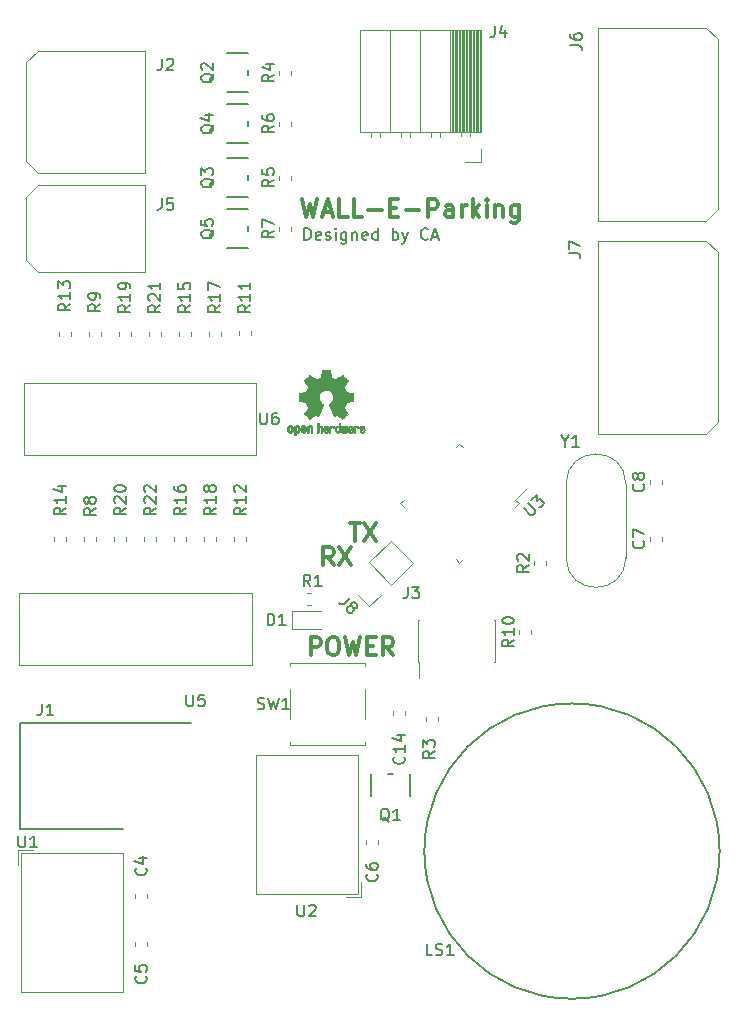
<source format=gbr>
G04 #@! TF.GenerationSoftware,KiCad,Pcbnew,(5.1.0)-1*
G04 #@! TF.CreationDate,2019-03-25T06:45:32-06:00*
G04 #@! TF.ProjectId,ParkingSystem,5061726b-696e-4675-9379-7374656d2e6b,v01*
G04 #@! TF.SameCoordinates,Original*
G04 #@! TF.FileFunction,Legend,Top*
G04 #@! TF.FilePolarity,Positive*
%FSLAX46Y46*%
G04 Gerber Fmt 4.6, Leading zero omitted, Abs format (unit mm)*
G04 Created by KiCad (PCBNEW (5.1.0)-1) date 2019-03-25 06:45:32*
%MOMM*%
%LPD*%
G04 APERTURE LIST*
%ADD10C,0.200000*%
%ADD11C,0.300000*%
%ADD12C,0.150000*%
%ADD13C,0.120000*%
%ADD14C,0.010000*%
G04 APERTURE END LIST*
D10*
X88464142Y-33853380D02*
X88464142Y-32853380D01*
X88702238Y-32853380D01*
X88845095Y-32901000D01*
X88940333Y-32996238D01*
X88987952Y-33091476D01*
X89035571Y-33281952D01*
X89035571Y-33424809D01*
X88987952Y-33615285D01*
X88940333Y-33710523D01*
X88845095Y-33805761D01*
X88702238Y-33853380D01*
X88464142Y-33853380D01*
X89845095Y-33805761D02*
X89749857Y-33853380D01*
X89559380Y-33853380D01*
X89464142Y-33805761D01*
X89416523Y-33710523D01*
X89416523Y-33329571D01*
X89464142Y-33234333D01*
X89559380Y-33186714D01*
X89749857Y-33186714D01*
X89845095Y-33234333D01*
X89892714Y-33329571D01*
X89892714Y-33424809D01*
X89416523Y-33520047D01*
X90273666Y-33805761D02*
X90368904Y-33853380D01*
X90559380Y-33853380D01*
X90654619Y-33805761D01*
X90702238Y-33710523D01*
X90702238Y-33662904D01*
X90654619Y-33567666D01*
X90559380Y-33520047D01*
X90416523Y-33520047D01*
X90321285Y-33472428D01*
X90273666Y-33377190D01*
X90273666Y-33329571D01*
X90321285Y-33234333D01*
X90416523Y-33186714D01*
X90559380Y-33186714D01*
X90654619Y-33234333D01*
X91130809Y-33853380D02*
X91130809Y-33186714D01*
X91130809Y-32853380D02*
X91083190Y-32901000D01*
X91130809Y-32948619D01*
X91178428Y-32901000D01*
X91130809Y-32853380D01*
X91130809Y-32948619D01*
X92035571Y-33186714D02*
X92035571Y-33996238D01*
X91987952Y-34091476D01*
X91940333Y-34139095D01*
X91845095Y-34186714D01*
X91702238Y-34186714D01*
X91607000Y-34139095D01*
X92035571Y-33805761D02*
X91940333Y-33853380D01*
X91749857Y-33853380D01*
X91654619Y-33805761D01*
X91607000Y-33758142D01*
X91559380Y-33662904D01*
X91559380Y-33377190D01*
X91607000Y-33281952D01*
X91654619Y-33234333D01*
X91749857Y-33186714D01*
X91940333Y-33186714D01*
X92035571Y-33234333D01*
X92511761Y-33186714D02*
X92511761Y-33853380D01*
X92511761Y-33281952D02*
X92559380Y-33234333D01*
X92654619Y-33186714D01*
X92797476Y-33186714D01*
X92892714Y-33234333D01*
X92940333Y-33329571D01*
X92940333Y-33853380D01*
X93797476Y-33805761D02*
X93702238Y-33853380D01*
X93511761Y-33853380D01*
X93416523Y-33805761D01*
X93368904Y-33710523D01*
X93368904Y-33329571D01*
X93416523Y-33234333D01*
X93511761Y-33186714D01*
X93702238Y-33186714D01*
X93797476Y-33234333D01*
X93845095Y-33329571D01*
X93845095Y-33424809D01*
X93368904Y-33520047D01*
X94702238Y-33853380D02*
X94702238Y-32853380D01*
X94702238Y-33805761D02*
X94607000Y-33853380D01*
X94416523Y-33853380D01*
X94321285Y-33805761D01*
X94273666Y-33758142D01*
X94226047Y-33662904D01*
X94226047Y-33377190D01*
X94273666Y-33281952D01*
X94321285Y-33234333D01*
X94416523Y-33186714D01*
X94607000Y-33186714D01*
X94702238Y-33234333D01*
X95940333Y-33853380D02*
X95940333Y-32853380D01*
X95940333Y-33234333D02*
X96035571Y-33186714D01*
X96226047Y-33186714D01*
X96321285Y-33234333D01*
X96368904Y-33281952D01*
X96416523Y-33377190D01*
X96416523Y-33662904D01*
X96368904Y-33758142D01*
X96321285Y-33805761D01*
X96226047Y-33853380D01*
X96035571Y-33853380D01*
X95940333Y-33805761D01*
X96749857Y-33186714D02*
X96987952Y-33853380D01*
X97226047Y-33186714D02*
X96987952Y-33853380D01*
X96892714Y-34091476D01*
X96845095Y-34139095D01*
X96749857Y-34186714D01*
X98940333Y-33758142D02*
X98892714Y-33805761D01*
X98749857Y-33853380D01*
X98654619Y-33853380D01*
X98511761Y-33805761D01*
X98416523Y-33710523D01*
X98368904Y-33615285D01*
X98321285Y-33424809D01*
X98321285Y-33281952D01*
X98368904Y-33091476D01*
X98416523Y-32996238D01*
X98511761Y-32901000D01*
X98654619Y-32853380D01*
X98749857Y-32853380D01*
X98892714Y-32901000D01*
X98940333Y-32948619D01*
X99321285Y-33567666D02*
X99797476Y-33567666D01*
X99226047Y-33853380D02*
X99559380Y-32853380D01*
X99892714Y-33853380D01*
D11*
X88286000Y-30420571D02*
X88643142Y-31920571D01*
X88928857Y-30849142D01*
X89214571Y-31920571D01*
X89571714Y-30420571D01*
X90071714Y-31492000D02*
X90786000Y-31492000D01*
X89928857Y-31920571D02*
X90428857Y-30420571D01*
X90928857Y-31920571D01*
X92143142Y-31920571D02*
X91428857Y-31920571D01*
X91428857Y-30420571D01*
X93357428Y-31920571D02*
X92643142Y-31920571D01*
X92643142Y-30420571D01*
X93857428Y-31349142D02*
X95000285Y-31349142D01*
X95714571Y-31134857D02*
X96214571Y-31134857D01*
X96428857Y-31920571D02*
X95714571Y-31920571D01*
X95714571Y-30420571D01*
X96428857Y-30420571D01*
X97071714Y-31349142D02*
X98214571Y-31349142D01*
X98928857Y-31920571D02*
X98928857Y-30420571D01*
X99500285Y-30420571D01*
X99643142Y-30492000D01*
X99714571Y-30563428D01*
X99786000Y-30706285D01*
X99786000Y-30920571D01*
X99714571Y-31063428D01*
X99643142Y-31134857D01*
X99500285Y-31206285D01*
X98928857Y-31206285D01*
X101071714Y-31920571D02*
X101071714Y-31134857D01*
X101000285Y-30992000D01*
X100857428Y-30920571D01*
X100571714Y-30920571D01*
X100428857Y-30992000D01*
X101071714Y-31849142D02*
X100928857Y-31920571D01*
X100571714Y-31920571D01*
X100428857Y-31849142D01*
X100357428Y-31706285D01*
X100357428Y-31563428D01*
X100428857Y-31420571D01*
X100571714Y-31349142D01*
X100928857Y-31349142D01*
X101071714Y-31277714D01*
X101786000Y-31920571D02*
X101786000Y-30920571D01*
X101786000Y-31206285D02*
X101857428Y-31063428D01*
X101928857Y-30992000D01*
X102071714Y-30920571D01*
X102214571Y-30920571D01*
X102714571Y-31920571D02*
X102714571Y-30420571D01*
X102857428Y-31349142D02*
X103286000Y-31920571D01*
X103286000Y-30920571D02*
X102714571Y-31492000D01*
X103928857Y-31920571D02*
X103928857Y-30920571D01*
X103928857Y-30420571D02*
X103857428Y-30492000D01*
X103928857Y-30563428D01*
X104000285Y-30492000D01*
X103928857Y-30420571D01*
X103928857Y-30563428D01*
X104643142Y-30920571D02*
X104643142Y-31920571D01*
X104643142Y-31063428D02*
X104714571Y-30992000D01*
X104857428Y-30920571D01*
X105071714Y-30920571D01*
X105214571Y-30992000D01*
X105286000Y-31134857D01*
X105286000Y-31920571D01*
X106643142Y-30920571D02*
X106643142Y-32134857D01*
X106571714Y-32277714D01*
X106500285Y-32349142D01*
X106357428Y-32420571D01*
X106143142Y-32420571D01*
X106000285Y-32349142D01*
X106643142Y-31849142D02*
X106500285Y-31920571D01*
X106214571Y-31920571D01*
X106071714Y-31849142D01*
X106000285Y-31777714D01*
X105928857Y-31634857D01*
X105928857Y-31206285D01*
X106000285Y-31063428D01*
X106071714Y-30992000D01*
X106214571Y-30920571D01*
X106500285Y-30920571D01*
X106643142Y-30992000D01*
X90936000Y-61384571D02*
X90436000Y-60670285D01*
X90078857Y-61384571D02*
X90078857Y-59884571D01*
X90650285Y-59884571D01*
X90793142Y-59956000D01*
X90864571Y-60027428D01*
X90936000Y-60170285D01*
X90936000Y-60384571D01*
X90864571Y-60527428D01*
X90793142Y-60598857D01*
X90650285Y-60670285D01*
X90078857Y-60670285D01*
X91436000Y-59884571D02*
X92436000Y-61384571D01*
X92436000Y-59884571D02*
X91436000Y-61384571D01*
X92329142Y-57852571D02*
X93186285Y-57852571D01*
X92757714Y-59352571D02*
X92757714Y-57852571D01*
X93543428Y-57852571D02*
X94543428Y-59352571D01*
X94543428Y-57852571D02*
X93543428Y-59352571D01*
X88991714Y-69004571D02*
X88991714Y-67504571D01*
X89563142Y-67504571D01*
X89706000Y-67576000D01*
X89777428Y-67647428D01*
X89848857Y-67790285D01*
X89848857Y-68004571D01*
X89777428Y-68147428D01*
X89706000Y-68218857D01*
X89563142Y-68290285D01*
X88991714Y-68290285D01*
X90777428Y-67504571D02*
X91063142Y-67504571D01*
X91206000Y-67576000D01*
X91348857Y-67718857D01*
X91420285Y-68004571D01*
X91420285Y-68504571D01*
X91348857Y-68790285D01*
X91206000Y-68933142D01*
X91063142Y-69004571D01*
X90777428Y-69004571D01*
X90634571Y-68933142D01*
X90491714Y-68790285D01*
X90420285Y-68504571D01*
X90420285Y-68004571D01*
X90491714Y-67718857D01*
X90634571Y-67576000D01*
X90777428Y-67504571D01*
X91920285Y-67504571D02*
X92277428Y-69004571D01*
X92563142Y-67933142D01*
X92848857Y-69004571D01*
X93206000Y-67504571D01*
X93777428Y-68218857D02*
X94277428Y-68218857D01*
X94491714Y-69004571D02*
X93777428Y-69004571D01*
X93777428Y-67504571D01*
X94491714Y-67504571D01*
X95991714Y-69004571D02*
X95491714Y-68290285D01*
X95134571Y-69004571D02*
X95134571Y-67504571D01*
X95706000Y-67504571D01*
X95848857Y-67576000D01*
X95920285Y-67647428D01*
X95991714Y-67790285D01*
X95991714Y-68004571D01*
X95920285Y-68147428D01*
X95848857Y-68218857D01*
X95706000Y-68290285D01*
X95134571Y-68290285D01*
D12*
X64428000Y-83748000D02*
X73152000Y-83748000D01*
X64428000Y-74748000D02*
X64428000Y-83698000D01*
X64428000Y-74748000D02*
X78828000Y-74748000D01*
D13*
X75014000Y-29208000D02*
X75014000Y-36578000D01*
X65884000Y-29208000D02*
X75014000Y-29208000D01*
X64884000Y-30208000D02*
X65884000Y-29208000D01*
X64884000Y-35578000D02*
X64884000Y-30208000D01*
X65884000Y-36578000D02*
X64884000Y-35578000D01*
X75014000Y-36578000D02*
X65884000Y-36578000D01*
X75014000Y-17826000D02*
X75014000Y-28196000D01*
X65884000Y-17826000D02*
X75014000Y-17826000D01*
X64884000Y-18826000D02*
X65884000Y-17826000D01*
X64884000Y-27196000D02*
X64884000Y-18826000D01*
X65884000Y-28196000D02*
X64884000Y-27196000D01*
X75014000Y-28196000D02*
X65884000Y-28196000D01*
D12*
X123625000Y-85598000D02*
G75*
G03X123625000Y-85598000I-12500000J0D01*
G01*
D13*
X64248000Y-85543000D02*
X64248000Y-86783000D01*
X65488000Y-85543000D02*
X64248000Y-85543000D01*
X73108000Y-97504000D02*
X64488000Y-97504000D01*
X73108000Y-85783000D02*
X64488000Y-85783000D01*
X64488000Y-85783000D02*
X64488000Y-97504000D01*
X73108000Y-85783000D02*
X73108000Y-97504000D01*
X70868000Y-59353267D02*
X70868000Y-59010733D01*
X69848000Y-59353267D02*
X69848000Y-59010733D01*
X71249000Y-41954267D02*
X71249000Y-41611733D01*
X70229000Y-41954267D02*
X70229000Y-41611733D01*
X74166000Y-89236733D02*
X74166000Y-89579267D01*
X75186000Y-89236733D02*
X75186000Y-89579267D01*
X75186000Y-93643267D02*
X75186000Y-93300733D01*
X74166000Y-93643267D02*
X74166000Y-93300733D01*
X94744000Y-85007267D02*
X94744000Y-84664733D01*
X93724000Y-85007267D02*
X93724000Y-84664733D01*
X118747000Y-59353267D02*
X118747000Y-59010733D01*
X117727000Y-59353267D02*
X117727000Y-59010733D01*
X118747000Y-54527267D02*
X118747000Y-54184733D01*
X117727000Y-54527267D02*
X117727000Y-54184733D01*
X96010000Y-73742733D02*
X96010000Y-74085267D01*
X97030000Y-73742733D02*
X97030000Y-74085267D01*
X104516000Y-66053000D02*
X104581000Y-66053000D01*
X104516000Y-69583000D02*
X104581000Y-69583000D01*
X98111000Y-66053000D02*
X98176000Y-66053000D01*
X98111000Y-69583000D02*
X98176000Y-69583000D01*
X98176000Y-70908000D02*
X98176000Y-69583000D01*
X104581000Y-69583000D02*
X104581000Y-66053000D01*
X98111000Y-69583000D02*
X98111000Y-66053000D01*
X103438000Y-26162000D02*
X103438000Y-27272000D01*
X103438000Y-27272000D02*
X102108000Y-27272000D01*
X103438000Y-16072000D02*
X93158000Y-16072000D01*
X93158000Y-16072000D02*
X93158000Y-24702000D01*
X103438000Y-24702000D02*
X93158000Y-24702000D01*
X103438000Y-16072000D02*
X103438000Y-24702000D01*
X95758000Y-16072000D02*
X95758000Y-24702000D01*
X98298000Y-16072000D02*
X98298000Y-24702000D01*
X100838000Y-16072000D02*
X100838000Y-24702000D01*
X94128000Y-24702000D02*
X94128000Y-25112000D01*
X94848000Y-24702000D02*
X94848000Y-25112000D01*
X96668000Y-24702000D02*
X96668000Y-25112000D01*
X97388000Y-24702000D02*
X97388000Y-25112000D01*
X99208000Y-24702000D02*
X99208000Y-25112000D01*
X99928000Y-24702000D02*
X99928000Y-25112000D01*
X101748000Y-24702000D02*
X101748000Y-25052000D01*
X102468000Y-24702000D02*
X102468000Y-25052000D01*
X100956100Y-16072000D02*
X100956100Y-24702000D01*
X101074195Y-16072000D02*
X101074195Y-24702000D01*
X101192290Y-16072000D02*
X101192290Y-24702000D01*
X101310385Y-16072000D02*
X101310385Y-24702000D01*
X101428480Y-16072000D02*
X101428480Y-24702000D01*
X101546575Y-16072000D02*
X101546575Y-24702000D01*
X101664670Y-16072000D02*
X101664670Y-24702000D01*
X101782765Y-16072000D02*
X101782765Y-24702000D01*
X101900860Y-16072000D02*
X101900860Y-24702000D01*
X102018955Y-16072000D02*
X102018955Y-24702000D01*
X102137050Y-16072000D02*
X102137050Y-24702000D01*
X102255145Y-16072000D02*
X102255145Y-24702000D01*
X102373240Y-16072000D02*
X102373240Y-24702000D01*
X102491335Y-16072000D02*
X102491335Y-24702000D01*
X102609430Y-16072000D02*
X102609430Y-24702000D01*
X102727525Y-16072000D02*
X102727525Y-24702000D01*
X102845620Y-16072000D02*
X102845620Y-24702000D01*
X102963715Y-16072000D02*
X102963715Y-24702000D01*
X103081810Y-16072000D02*
X103081810Y-24702000D01*
X103199905Y-16072000D02*
X103199905Y-24702000D01*
X103318000Y-16072000D02*
X103318000Y-24702000D01*
D12*
X95958000Y-79110000D02*
X95558000Y-79110000D01*
X94081600Y-80910000D02*
X94081600Y-79110000D01*
X97434400Y-80910000D02*
X97434400Y-79110000D01*
X83704000Y-19885000D02*
X83704000Y-19485000D01*
X81904000Y-18008600D02*
X83704000Y-18008600D01*
X81904000Y-21361400D02*
X83704000Y-21361400D01*
X83704000Y-28775000D02*
X83704000Y-28375000D01*
X81904000Y-26898600D02*
X83704000Y-26898600D01*
X81904000Y-30251400D02*
X83704000Y-30251400D01*
X83704000Y-24203000D02*
X83704000Y-23803000D01*
X81904000Y-22326600D02*
X83704000Y-22326600D01*
X81904000Y-25679400D02*
X83704000Y-25679400D01*
X83704000Y-33093000D02*
X83704000Y-32693000D01*
X81904000Y-31216600D02*
X83704000Y-31216600D01*
X81904000Y-34569400D02*
X83704000Y-34569400D01*
D13*
X88728733Y-64772000D02*
X89071267Y-64772000D01*
X88728733Y-63752000D02*
X89071267Y-63752000D01*
X108968000Y-61385267D02*
X108968000Y-61042733D01*
X107948000Y-61385267D02*
X107948000Y-61042733D01*
X98804000Y-74250733D02*
X98804000Y-74593267D01*
X99824000Y-74250733D02*
X99824000Y-74593267D01*
X87378000Y-19856267D02*
X87378000Y-19513733D01*
X86358000Y-19856267D02*
X86358000Y-19513733D01*
X87378000Y-28746267D02*
X87378000Y-28403733D01*
X86358000Y-28746267D02*
X86358000Y-28403733D01*
X87378000Y-24174267D02*
X87378000Y-23831733D01*
X86358000Y-24174267D02*
X86358000Y-23831733D01*
X87378000Y-33064267D02*
X87378000Y-32721733D01*
X86358000Y-33064267D02*
X86358000Y-32721733D01*
X107698000Y-67227267D02*
X107698000Y-66884733D01*
X106678000Y-67227267D02*
X106678000Y-66884733D01*
X87274000Y-74452000D02*
X87274000Y-71852000D01*
X93574000Y-69702000D02*
X93574000Y-69952000D01*
X87274000Y-69702000D02*
X93574000Y-69702000D01*
X87274000Y-69952000D02*
X87274000Y-69702000D01*
X93574000Y-71852000D02*
X93574000Y-74452000D01*
X87274000Y-76602000D02*
X87274000Y-76352000D01*
X93574000Y-76602000D02*
X87274000Y-76602000D01*
X93574000Y-76352000D02*
X93574000Y-76602000D01*
X93232000Y-89463000D02*
X93232000Y-88223000D01*
X91992000Y-89463000D02*
X93232000Y-89463000D01*
X84372000Y-77502000D02*
X92992000Y-77502000D01*
X84372000Y-89223000D02*
X92992000Y-89223000D01*
X92992000Y-89223000D02*
X92992000Y-77502000D01*
X84372000Y-89223000D02*
X84372000Y-77502000D01*
X101600000Y-51099400D02*
X101303015Y-51396385D01*
X106634600Y-56134000D02*
X106337615Y-55837015D01*
X106337615Y-55837015D02*
X107313423Y-54861208D01*
X101600000Y-61168600D02*
X101896985Y-60871615D01*
X96565400Y-56134000D02*
X96862385Y-55837015D01*
X106634600Y-56134000D02*
X106337615Y-56430985D01*
X101600000Y-51099400D02*
X101896985Y-51396385D01*
X96565400Y-56134000D02*
X96862385Y-56430985D01*
X101600000Y-61168600D02*
X101303015Y-60871615D01*
X115682000Y-54496000D02*
G75*
G03X110632000Y-54496000I-2525000J0D01*
G01*
X115682001Y-60746000D02*
G75*
G02X110631999Y-60746000I-2525001J0D01*
G01*
X115682001Y-60746000D02*
X115682000Y-54496000D01*
X110631999Y-60746000D02*
X110632000Y-54496000D01*
X87381000Y-66775000D02*
X89841000Y-66775000D01*
X87381000Y-65305000D02*
X87381000Y-66775000D01*
X89841000Y-65305000D02*
X87381000Y-65305000D01*
X113327000Y-32243000D02*
X113327000Y-15873000D01*
X122457000Y-32243000D02*
X113327000Y-32243000D01*
X123457000Y-31243000D02*
X122457000Y-32243000D01*
X123457000Y-16873000D02*
X123457000Y-31243000D01*
X122457000Y-15873000D02*
X123457000Y-16873000D01*
X113327000Y-15873000D02*
X122457000Y-15873000D01*
X113327000Y-50277000D02*
X113327000Y-33907000D01*
X122457000Y-50277000D02*
X113327000Y-50277000D01*
X123457000Y-49277000D02*
X122457000Y-50277000D01*
X123457000Y-34907000D02*
X123457000Y-49277000D01*
X122457000Y-33907000D02*
X123457000Y-34907000D01*
X113327000Y-33907000D02*
X122457000Y-33907000D01*
X93980000Y-64872904D02*
X93039548Y-63932452D01*
X94920452Y-63932452D02*
X93980000Y-64872904D01*
X95818478Y-63034426D02*
X93937574Y-61153522D01*
X93937574Y-61153522D02*
X95776051Y-59315045D01*
X95818478Y-63034426D02*
X97656955Y-61195949D01*
X97656955Y-61195949D02*
X95776051Y-59315045D01*
X83949000Y-41940267D02*
X83949000Y-41597733D01*
X82929000Y-41940267D02*
X82929000Y-41597733D01*
X82548000Y-59010733D02*
X82548000Y-59353267D01*
X83568000Y-59010733D02*
X83568000Y-59353267D01*
X67689000Y-41611733D02*
X67689000Y-41954267D01*
X68709000Y-41611733D02*
X68709000Y-41954267D01*
X67308000Y-59010733D02*
X67308000Y-59353267D01*
X68328000Y-59010733D02*
X68328000Y-59353267D01*
X77849000Y-41611733D02*
X77849000Y-41954267D01*
X78869000Y-41611733D02*
X78869000Y-41954267D01*
X77468000Y-59010733D02*
X77468000Y-59353267D01*
X78488000Y-59010733D02*
X78488000Y-59353267D01*
X80389000Y-41611733D02*
X80389000Y-41954267D01*
X81409000Y-41611733D02*
X81409000Y-41954267D01*
X80008000Y-59010733D02*
X80008000Y-59353267D01*
X81028000Y-59010733D02*
X81028000Y-59353267D01*
X72769000Y-41611733D02*
X72769000Y-41954267D01*
X73789000Y-41611733D02*
X73789000Y-41954267D01*
X72388000Y-59010733D02*
X72388000Y-59353267D01*
X73408000Y-59010733D02*
X73408000Y-59353267D01*
X75309000Y-41611733D02*
X75309000Y-41954267D01*
X76329000Y-41611733D02*
X76329000Y-41954267D01*
X74928000Y-59010733D02*
X74928000Y-59353267D01*
X75948000Y-59010733D02*
X75948000Y-59353267D01*
X84010500Y-69850000D02*
X64325500Y-69850000D01*
X64325500Y-63754000D02*
X84010500Y-63754000D01*
X64325500Y-63754000D02*
X64325500Y-69850000D01*
X84010500Y-63754000D02*
X84010500Y-69850000D01*
X84391500Y-52070000D02*
X64706500Y-52070000D01*
X64706500Y-45974000D02*
X84391500Y-45974000D01*
X64706500Y-45974000D02*
X64706500Y-52070000D01*
X84391500Y-45974000D02*
X84391500Y-52070000D01*
D14*
G36*
X90400910Y-44867348D02*
G01*
X90479454Y-44867778D01*
X90536298Y-44868942D01*
X90575105Y-44871207D01*
X90599538Y-44874940D01*
X90613262Y-44880506D01*
X90619940Y-44888273D01*
X90623236Y-44898605D01*
X90623556Y-44899943D01*
X90628562Y-44924079D01*
X90637829Y-44971701D01*
X90650392Y-45037741D01*
X90665287Y-45117128D01*
X90681551Y-45204796D01*
X90682119Y-45207875D01*
X90698410Y-45293789D01*
X90713652Y-45369696D01*
X90726861Y-45431045D01*
X90737054Y-45473282D01*
X90743248Y-45491855D01*
X90743543Y-45492184D01*
X90761788Y-45501253D01*
X90799405Y-45516367D01*
X90848271Y-45534262D01*
X90848543Y-45534358D01*
X90910093Y-45557493D01*
X90982657Y-45586965D01*
X91051057Y-45616597D01*
X91054294Y-45618062D01*
X91165702Y-45668626D01*
X91412399Y-45500160D01*
X91488077Y-45448803D01*
X91556631Y-45402889D01*
X91614088Y-45365030D01*
X91656476Y-45337837D01*
X91679825Y-45323921D01*
X91682042Y-45322889D01*
X91699010Y-45327484D01*
X91730701Y-45349655D01*
X91778352Y-45390447D01*
X91843198Y-45450905D01*
X91909397Y-45515227D01*
X91973214Y-45578612D01*
X92030329Y-45636451D01*
X92077305Y-45685175D01*
X92110703Y-45721210D01*
X92127085Y-45740984D01*
X92127694Y-45742002D01*
X92129505Y-45755572D01*
X92122683Y-45777733D01*
X92105540Y-45811478D01*
X92076393Y-45859800D01*
X92033555Y-45925692D01*
X91976448Y-46010517D01*
X91925766Y-46085177D01*
X91880461Y-46152140D01*
X91843150Y-46207516D01*
X91816452Y-46247420D01*
X91802985Y-46267962D01*
X91802137Y-46269356D01*
X91803781Y-46289038D01*
X91816245Y-46327293D01*
X91837048Y-46376889D01*
X91844462Y-46392728D01*
X91876814Y-46463290D01*
X91911328Y-46543353D01*
X91939365Y-46612629D01*
X91959568Y-46664045D01*
X91975615Y-46703119D01*
X91984888Y-46723541D01*
X91986041Y-46725114D01*
X92003096Y-46727721D01*
X92043298Y-46734863D01*
X92101302Y-46745523D01*
X92171763Y-46758685D01*
X92249335Y-46773333D01*
X92328672Y-46788449D01*
X92404431Y-46803018D01*
X92471264Y-46816022D01*
X92523828Y-46826445D01*
X92556776Y-46833270D01*
X92564857Y-46835199D01*
X92573205Y-46839962D01*
X92579506Y-46850718D01*
X92584045Y-46871098D01*
X92587104Y-46904734D01*
X92588967Y-46955255D01*
X92589918Y-47026292D01*
X92590240Y-47121476D01*
X92590257Y-47160492D01*
X92590257Y-47477799D01*
X92514057Y-47492839D01*
X92471663Y-47500995D01*
X92408400Y-47512899D01*
X92331962Y-47527116D01*
X92250043Y-47542210D01*
X92227400Y-47546355D01*
X92151806Y-47561053D01*
X92085953Y-47575505D01*
X92035366Y-47588375D01*
X92005574Y-47598322D01*
X92000612Y-47601287D01*
X91988426Y-47622283D01*
X91970953Y-47662967D01*
X91951577Y-47715322D01*
X91947734Y-47726600D01*
X91922339Y-47796523D01*
X91890817Y-47875418D01*
X91859969Y-47946266D01*
X91859817Y-47946595D01*
X91808447Y-48057733D01*
X91977399Y-48306253D01*
X92146352Y-48554772D01*
X91929429Y-48772058D01*
X91863819Y-48836726D01*
X91803979Y-48893733D01*
X91753267Y-48940033D01*
X91715046Y-48972584D01*
X91692675Y-48988343D01*
X91689466Y-48989343D01*
X91670626Y-48981469D01*
X91632180Y-48959578D01*
X91578330Y-48926267D01*
X91513276Y-48884131D01*
X91442940Y-48836943D01*
X91371555Y-48788810D01*
X91307908Y-48746928D01*
X91256041Y-48713871D01*
X91219995Y-48692218D01*
X91203867Y-48684543D01*
X91184189Y-48691037D01*
X91146875Y-48708150D01*
X91099621Y-48732326D01*
X91094612Y-48735013D01*
X91030977Y-48766927D01*
X90987341Y-48782579D01*
X90960202Y-48782745D01*
X90946057Y-48768204D01*
X90945975Y-48768000D01*
X90938905Y-48750779D01*
X90922042Y-48709899D01*
X90896695Y-48648525D01*
X90864171Y-48569819D01*
X90825778Y-48476947D01*
X90782822Y-48373072D01*
X90741222Y-48272502D01*
X90695504Y-48161516D01*
X90653526Y-48058703D01*
X90616548Y-47967215D01*
X90585827Y-47890201D01*
X90562622Y-47830815D01*
X90548190Y-47792209D01*
X90543743Y-47777800D01*
X90554896Y-47761272D01*
X90584069Y-47734930D01*
X90622971Y-47705887D01*
X90733757Y-47614039D01*
X90820351Y-47508759D01*
X90881716Y-47392266D01*
X90916815Y-47266776D01*
X90924608Y-47134507D01*
X90918943Y-47073457D01*
X90888078Y-46946795D01*
X90834920Y-46834941D01*
X90762767Y-46739001D01*
X90674917Y-46660076D01*
X90574665Y-46599270D01*
X90465310Y-46557687D01*
X90350147Y-46536428D01*
X90232475Y-46536599D01*
X90115590Y-46559301D01*
X90002789Y-46605638D01*
X89897369Y-46676713D01*
X89853368Y-46716911D01*
X89768979Y-46820129D01*
X89710222Y-46932925D01*
X89676704Y-47052010D01*
X89668035Y-47174095D01*
X89683823Y-47295893D01*
X89723678Y-47414116D01*
X89787207Y-47525475D01*
X89874021Y-47626684D01*
X89971029Y-47705887D01*
X90011437Y-47736162D01*
X90039982Y-47762219D01*
X90050257Y-47777825D01*
X90044877Y-47794843D01*
X90029575Y-47835500D01*
X90005612Y-47896642D01*
X89974244Y-47975119D01*
X89936732Y-48067780D01*
X89894333Y-48171472D01*
X89852663Y-48272526D01*
X89806690Y-48383607D01*
X89764107Y-48486541D01*
X89726221Y-48578165D01*
X89694340Y-48655316D01*
X89669771Y-48714831D01*
X89653820Y-48753544D01*
X89647910Y-48768000D01*
X89633948Y-48782685D01*
X89606940Y-48782642D01*
X89563413Y-48767099D01*
X89499890Y-48735284D01*
X89499388Y-48735013D01*
X89451560Y-48710323D01*
X89412897Y-48692338D01*
X89391095Y-48684614D01*
X89390133Y-48684543D01*
X89373721Y-48692378D01*
X89337487Y-48714165D01*
X89285474Y-48747328D01*
X89221725Y-48789291D01*
X89151060Y-48836943D01*
X89079116Y-48885191D01*
X89014274Y-48927151D01*
X88960735Y-48960227D01*
X88922697Y-48981821D01*
X88904533Y-48989343D01*
X88887808Y-48979457D01*
X88854180Y-48951826D01*
X88807010Y-48909495D01*
X88749658Y-48855505D01*
X88685484Y-48792899D01*
X88664497Y-48771983D01*
X88447499Y-48554623D01*
X88612668Y-48312220D01*
X88662864Y-48237781D01*
X88706919Y-48170972D01*
X88742362Y-48115665D01*
X88766719Y-48075729D01*
X88777522Y-48055036D01*
X88777838Y-48053563D01*
X88772143Y-48034058D01*
X88756826Y-47994822D01*
X88734537Y-47942430D01*
X88718893Y-47907355D01*
X88689641Y-47840201D01*
X88662094Y-47772358D01*
X88640737Y-47715034D01*
X88634935Y-47697572D01*
X88618452Y-47650938D01*
X88602340Y-47614905D01*
X88593490Y-47601287D01*
X88573960Y-47592952D01*
X88531334Y-47581137D01*
X88471145Y-47567181D01*
X88398922Y-47552422D01*
X88366600Y-47546355D01*
X88284522Y-47531273D01*
X88205795Y-47516669D01*
X88138109Y-47503980D01*
X88089160Y-47494642D01*
X88079943Y-47492839D01*
X88003743Y-47477799D01*
X88003743Y-47160492D01*
X88003914Y-47056154D01*
X88004616Y-46977213D01*
X88006134Y-46920038D01*
X88008749Y-46880999D01*
X88012746Y-46856465D01*
X88018409Y-46842805D01*
X88026020Y-46836389D01*
X88029143Y-46835199D01*
X88047978Y-46830980D01*
X88089588Y-46822562D01*
X88148630Y-46810961D01*
X88219757Y-46797195D01*
X88297625Y-46782280D01*
X88376887Y-46767232D01*
X88452198Y-46753069D01*
X88518213Y-46740806D01*
X88569587Y-46731461D01*
X88600975Y-46726050D01*
X88607959Y-46725114D01*
X88614285Y-46712596D01*
X88628290Y-46679246D01*
X88647355Y-46631377D01*
X88654634Y-46612629D01*
X88683996Y-46540195D01*
X88718571Y-46460170D01*
X88749537Y-46392728D01*
X88772323Y-46341159D01*
X88787482Y-46298785D01*
X88792542Y-46272834D01*
X88791736Y-46269356D01*
X88781041Y-46252936D01*
X88756620Y-46216417D01*
X88721095Y-46163687D01*
X88677087Y-46098635D01*
X88627217Y-46025151D01*
X88617356Y-46010645D01*
X88559492Y-45924704D01*
X88516956Y-45859261D01*
X88488054Y-45811304D01*
X88471090Y-45777820D01*
X88464367Y-45755795D01*
X88466190Y-45742217D01*
X88466236Y-45742131D01*
X88480586Y-45724297D01*
X88512323Y-45689817D01*
X88558010Y-45642268D01*
X88614204Y-45585222D01*
X88677468Y-45522255D01*
X88684602Y-45515227D01*
X88764330Y-45438020D01*
X88825857Y-45381330D01*
X88870421Y-45344110D01*
X88899257Y-45325315D01*
X88911958Y-45322889D01*
X88930494Y-45333471D01*
X88968961Y-45357916D01*
X89023386Y-45393612D01*
X89089798Y-45437947D01*
X89164225Y-45488311D01*
X89181601Y-45500160D01*
X89428297Y-45668626D01*
X89539706Y-45618062D01*
X89607457Y-45588595D01*
X89680183Y-45558959D01*
X89742703Y-45535330D01*
X89745457Y-45534358D01*
X89794360Y-45516457D01*
X89832057Y-45501320D01*
X89850425Y-45492210D01*
X89850456Y-45492184D01*
X89856285Y-45475717D01*
X89866192Y-45435219D01*
X89879195Y-45375242D01*
X89894309Y-45300340D01*
X89910552Y-45215064D01*
X89911881Y-45207875D01*
X89928175Y-45120014D01*
X89943133Y-45040260D01*
X89955791Y-44973681D01*
X89965186Y-44925347D01*
X89970354Y-44900325D01*
X89970444Y-44899943D01*
X89973589Y-44889299D01*
X89979704Y-44881262D01*
X89992453Y-44875467D01*
X90015500Y-44871547D01*
X90052509Y-44869135D01*
X90107144Y-44867865D01*
X90183067Y-44867371D01*
X90283944Y-44867286D01*
X90297000Y-44867286D01*
X90400910Y-44867348D01*
X90400910Y-44867348D01*
G37*
X90400910Y-44867348D02*
X90479454Y-44867778D01*
X90536298Y-44868942D01*
X90575105Y-44871207D01*
X90599538Y-44874940D01*
X90613262Y-44880506D01*
X90619940Y-44888273D01*
X90623236Y-44898605D01*
X90623556Y-44899943D01*
X90628562Y-44924079D01*
X90637829Y-44971701D01*
X90650392Y-45037741D01*
X90665287Y-45117128D01*
X90681551Y-45204796D01*
X90682119Y-45207875D01*
X90698410Y-45293789D01*
X90713652Y-45369696D01*
X90726861Y-45431045D01*
X90737054Y-45473282D01*
X90743248Y-45491855D01*
X90743543Y-45492184D01*
X90761788Y-45501253D01*
X90799405Y-45516367D01*
X90848271Y-45534262D01*
X90848543Y-45534358D01*
X90910093Y-45557493D01*
X90982657Y-45586965D01*
X91051057Y-45616597D01*
X91054294Y-45618062D01*
X91165702Y-45668626D01*
X91412399Y-45500160D01*
X91488077Y-45448803D01*
X91556631Y-45402889D01*
X91614088Y-45365030D01*
X91656476Y-45337837D01*
X91679825Y-45323921D01*
X91682042Y-45322889D01*
X91699010Y-45327484D01*
X91730701Y-45349655D01*
X91778352Y-45390447D01*
X91843198Y-45450905D01*
X91909397Y-45515227D01*
X91973214Y-45578612D01*
X92030329Y-45636451D01*
X92077305Y-45685175D01*
X92110703Y-45721210D01*
X92127085Y-45740984D01*
X92127694Y-45742002D01*
X92129505Y-45755572D01*
X92122683Y-45777733D01*
X92105540Y-45811478D01*
X92076393Y-45859800D01*
X92033555Y-45925692D01*
X91976448Y-46010517D01*
X91925766Y-46085177D01*
X91880461Y-46152140D01*
X91843150Y-46207516D01*
X91816452Y-46247420D01*
X91802985Y-46267962D01*
X91802137Y-46269356D01*
X91803781Y-46289038D01*
X91816245Y-46327293D01*
X91837048Y-46376889D01*
X91844462Y-46392728D01*
X91876814Y-46463290D01*
X91911328Y-46543353D01*
X91939365Y-46612629D01*
X91959568Y-46664045D01*
X91975615Y-46703119D01*
X91984888Y-46723541D01*
X91986041Y-46725114D01*
X92003096Y-46727721D01*
X92043298Y-46734863D01*
X92101302Y-46745523D01*
X92171763Y-46758685D01*
X92249335Y-46773333D01*
X92328672Y-46788449D01*
X92404431Y-46803018D01*
X92471264Y-46816022D01*
X92523828Y-46826445D01*
X92556776Y-46833270D01*
X92564857Y-46835199D01*
X92573205Y-46839962D01*
X92579506Y-46850718D01*
X92584045Y-46871098D01*
X92587104Y-46904734D01*
X92588967Y-46955255D01*
X92589918Y-47026292D01*
X92590240Y-47121476D01*
X92590257Y-47160492D01*
X92590257Y-47477799D01*
X92514057Y-47492839D01*
X92471663Y-47500995D01*
X92408400Y-47512899D01*
X92331962Y-47527116D01*
X92250043Y-47542210D01*
X92227400Y-47546355D01*
X92151806Y-47561053D01*
X92085953Y-47575505D01*
X92035366Y-47588375D01*
X92005574Y-47598322D01*
X92000612Y-47601287D01*
X91988426Y-47622283D01*
X91970953Y-47662967D01*
X91951577Y-47715322D01*
X91947734Y-47726600D01*
X91922339Y-47796523D01*
X91890817Y-47875418D01*
X91859969Y-47946266D01*
X91859817Y-47946595D01*
X91808447Y-48057733D01*
X91977399Y-48306253D01*
X92146352Y-48554772D01*
X91929429Y-48772058D01*
X91863819Y-48836726D01*
X91803979Y-48893733D01*
X91753267Y-48940033D01*
X91715046Y-48972584D01*
X91692675Y-48988343D01*
X91689466Y-48989343D01*
X91670626Y-48981469D01*
X91632180Y-48959578D01*
X91578330Y-48926267D01*
X91513276Y-48884131D01*
X91442940Y-48836943D01*
X91371555Y-48788810D01*
X91307908Y-48746928D01*
X91256041Y-48713871D01*
X91219995Y-48692218D01*
X91203867Y-48684543D01*
X91184189Y-48691037D01*
X91146875Y-48708150D01*
X91099621Y-48732326D01*
X91094612Y-48735013D01*
X91030977Y-48766927D01*
X90987341Y-48782579D01*
X90960202Y-48782745D01*
X90946057Y-48768204D01*
X90945975Y-48768000D01*
X90938905Y-48750779D01*
X90922042Y-48709899D01*
X90896695Y-48648525D01*
X90864171Y-48569819D01*
X90825778Y-48476947D01*
X90782822Y-48373072D01*
X90741222Y-48272502D01*
X90695504Y-48161516D01*
X90653526Y-48058703D01*
X90616548Y-47967215D01*
X90585827Y-47890201D01*
X90562622Y-47830815D01*
X90548190Y-47792209D01*
X90543743Y-47777800D01*
X90554896Y-47761272D01*
X90584069Y-47734930D01*
X90622971Y-47705887D01*
X90733757Y-47614039D01*
X90820351Y-47508759D01*
X90881716Y-47392266D01*
X90916815Y-47266776D01*
X90924608Y-47134507D01*
X90918943Y-47073457D01*
X90888078Y-46946795D01*
X90834920Y-46834941D01*
X90762767Y-46739001D01*
X90674917Y-46660076D01*
X90574665Y-46599270D01*
X90465310Y-46557687D01*
X90350147Y-46536428D01*
X90232475Y-46536599D01*
X90115590Y-46559301D01*
X90002789Y-46605638D01*
X89897369Y-46676713D01*
X89853368Y-46716911D01*
X89768979Y-46820129D01*
X89710222Y-46932925D01*
X89676704Y-47052010D01*
X89668035Y-47174095D01*
X89683823Y-47295893D01*
X89723678Y-47414116D01*
X89787207Y-47525475D01*
X89874021Y-47626684D01*
X89971029Y-47705887D01*
X90011437Y-47736162D01*
X90039982Y-47762219D01*
X90050257Y-47777825D01*
X90044877Y-47794843D01*
X90029575Y-47835500D01*
X90005612Y-47896642D01*
X89974244Y-47975119D01*
X89936732Y-48067780D01*
X89894333Y-48171472D01*
X89852663Y-48272526D01*
X89806690Y-48383607D01*
X89764107Y-48486541D01*
X89726221Y-48578165D01*
X89694340Y-48655316D01*
X89669771Y-48714831D01*
X89653820Y-48753544D01*
X89647910Y-48768000D01*
X89633948Y-48782685D01*
X89606940Y-48782642D01*
X89563413Y-48767099D01*
X89499890Y-48735284D01*
X89499388Y-48735013D01*
X89451560Y-48710323D01*
X89412897Y-48692338D01*
X89391095Y-48684614D01*
X89390133Y-48684543D01*
X89373721Y-48692378D01*
X89337487Y-48714165D01*
X89285474Y-48747328D01*
X89221725Y-48789291D01*
X89151060Y-48836943D01*
X89079116Y-48885191D01*
X89014274Y-48927151D01*
X88960735Y-48960227D01*
X88922697Y-48981821D01*
X88904533Y-48989343D01*
X88887808Y-48979457D01*
X88854180Y-48951826D01*
X88807010Y-48909495D01*
X88749658Y-48855505D01*
X88685484Y-48792899D01*
X88664497Y-48771983D01*
X88447499Y-48554623D01*
X88612668Y-48312220D01*
X88662864Y-48237781D01*
X88706919Y-48170972D01*
X88742362Y-48115665D01*
X88766719Y-48075729D01*
X88777522Y-48055036D01*
X88777838Y-48053563D01*
X88772143Y-48034058D01*
X88756826Y-47994822D01*
X88734537Y-47942430D01*
X88718893Y-47907355D01*
X88689641Y-47840201D01*
X88662094Y-47772358D01*
X88640737Y-47715034D01*
X88634935Y-47697572D01*
X88618452Y-47650938D01*
X88602340Y-47614905D01*
X88593490Y-47601287D01*
X88573960Y-47592952D01*
X88531334Y-47581137D01*
X88471145Y-47567181D01*
X88398922Y-47552422D01*
X88366600Y-47546355D01*
X88284522Y-47531273D01*
X88205795Y-47516669D01*
X88138109Y-47503980D01*
X88089160Y-47494642D01*
X88079943Y-47492839D01*
X88003743Y-47477799D01*
X88003743Y-47160492D01*
X88003914Y-47056154D01*
X88004616Y-46977213D01*
X88006134Y-46920038D01*
X88008749Y-46880999D01*
X88012746Y-46856465D01*
X88018409Y-46842805D01*
X88026020Y-46836389D01*
X88029143Y-46835199D01*
X88047978Y-46830980D01*
X88089588Y-46822562D01*
X88148630Y-46810961D01*
X88219757Y-46797195D01*
X88297625Y-46782280D01*
X88376887Y-46767232D01*
X88452198Y-46753069D01*
X88518213Y-46740806D01*
X88569587Y-46731461D01*
X88600975Y-46726050D01*
X88607959Y-46725114D01*
X88614285Y-46712596D01*
X88628290Y-46679246D01*
X88647355Y-46631377D01*
X88654634Y-46612629D01*
X88683996Y-46540195D01*
X88718571Y-46460170D01*
X88749537Y-46392728D01*
X88772323Y-46341159D01*
X88787482Y-46298785D01*
X88792542Y-46272834D01*
X88791736Y-46269356D01*
X88781041Y-46252936D01*
X88756620Y-46216417D01*
X88721095Y-46163687D01*
X88677087Y-46098635D01*
X88627217Y-46025151D01*
X88617356Y-46010645D01*
X88559492Y-45924704D01*
X88516956Y-45859261D01*
X88488054Y-45811304D01*
X88471090Y-45777820D01*
X88464367Y-45755795D01*
X88466190Y-45742217D01*
X88466236Y-45742131D01*
X88480586Y-45724297D01*
X88512323Y-45689817D01*
X88558010Y-45642268D01*
X88614204Y-45585222D01*
X88677468Y-45522255D01*
X88684602Y-45515227D01*
X88764330Y-45438020D01*
X88825857Y-45381330D01*
X88870421Y-45344110D01*
X88899257Y-45325315D01*
X88911958Y-45322889D01*
X88930494Y-45333471D01*
X88968961Y-45357916D01*
X89023386Y-45393612D01*
X89089798Y-45437947D01*
X89164225Y-45488311D01*
X89181601Y-45500160D01*
X89428297Y-45668626D01*
X89539706Y-45618062D01*
X89607457Y-45588595D01*
X89680183Y-45558959D01*
X89742703Y-45535330D01*
X89745457Y-45534358D01*
X89794360Y-45516457D01*
X89832057Y-45501320D01*
X89850425Y-45492210D01*
X89850456Y-45492184D01*
X89856285Y-45475717D01*
X89866192Y-45435219D01*
X89879195Y-45375242D01*
X89894309Y-45300340D01*
X89910552Y-45215064D01*
X89911881Y-45207875D01*
X89928175Y-45120014D01*
X89943133Y-45040260D01*
X89955791Y-44973681D01*
X89965186Y-44925347D01*
X89970354Y-44900325D01*
X89970444Y-44899943D01*
X89973589Y-44889299D01*
X89979704Y-44881262D01*
X89992453Y-44875467D01*
X90015500Y-44871547D01*
X90052509Y-44869135D01*
X90107144Y-44867865D01*
X90183067Y-44867371D01*
X90283944Y-44867286D01*
X90297000Y-44867286D01*
X90400910Y-44867348D01*
G36*
X93450595Y-49591966D02*
G01*
X93508021Y-49629497D01*
X93535719Y-49663096D01*
X93557662Y-49724064D01*
X93559405Y-49772308D01*
X93555457Y-49836816D01*
X93406686Y-49901934D01*
X93334349Y-49935202D01*
X93287084Y-49961964D01*
X93262507Y-49985144D01*
X93258237Y-50007667D01*
X93271889Y-50032455D01*
X93286943Y-50048886D01*
X93330746Y-50075235D01*
X93378389Y-50077081D01*
X93422145Y-50056546D01*
X93454289Y-50015752D01*
X93460038Y-50001347D01*
X93487576Y-49956356D01*
X93519258Y-49937182D01*
X93562714Y-49920779D01*
X93562714Y-49982966D01*
X93558872Y-50025283D01*
X93543823Y-50060969D01*
X93512280Y-50101943D01*
X93507592Y-50107267D01*
X93472506Y-50143720D01*
X93442347Y-50163283D01*
X93404615Y-50172283D01*
X93373335Y-50175230D01*
X93317385Y-50175965D01*
X93277555Y-50166660D01*
X93252708Y-50152846D01*
X93213656Y-50122467D01*
X93186625Y-50089613D01*
X93169517Y-50048294D01*
X93160238Y-49992521D01*
X93156693Y-49916305D01*
X93156410Y-49877622D01*
X93157372Y-49831247D01*
X93245007Y-49831247D01*
X93246023Y-49856126D01*
X93248556Y-49860200D01*
X93265274Y-49854665D01*
X93301249Y-49840017D01*
X93349331Y-49819190D01*
X93359386Y-49814714D01*
X93420152Y-49783814D01*
X93453632Y-49756657D01*
X93460990Y-49731220D01*
X93443391Y-49705481D01*
X93428856Y-49694109D01*
X93376410Y-49671364D01*
X93327322Y-49675122D01*
X93286227Y-49702884D01*
X93257758Y-49752152D01*
X93248631Y-49791257D01*
X93245007Y-49831247D01*
X93157372Y-49831247D01*
X93158285Y-49787249D01*
X93165196Y-49720384D01*
X93178884Y-49671695D01*
X93201096Y-49635849D01*
X93233574Y-49607513D01*
X93247733Y-49598355D01*
X93312053Y-49574507D01*
X93382473Y-49573006D01*
X93450595Y-49591966D01*
X93450595Y-49591966D01*
G37*
X93450595Y-49591966D02*
X93508021Y-49629497D01*
X93535719Y-49663096D01*
X93557662Y-49724064D01*
X93559405Y-49772308D01*
X93555457Y-49836816D01*
X93406686Y-49901934D01*
X93334349Y-49935202D01*
X93287084Y-49961964D01*
X93262507Y-49985144D01*
X93258237Y-50007667D01*
X93271889Y-50032455D01*
X93286943Y-50048886D01*
X93330746Y-50075235D01*
X93378389Y-50077081D01*
X93422145Y-50056546D01*
X93454289Y-50015752D01*
X93460038Y-50001347D01*
X93487576Y-49956356D01*
X93519258Y-49937182D01*
X93562714Y-49920779D01*
X93562714Y-49982966D01*
X93558872Y-50025283D01*
X93543823Y-50060969D01*
X93512280Y-50101943D01*
X93507592Y-50107267D01*
X93472506Y-50143720D01*
X93442347Y-50163283D01*
X93404615Y-50172283D01*
X93373335Y-50175230D01*
X93317385Y-50175965D01*
X93277555Y-50166660D01*
X93252708Y-50152846D01*
X93213656Y-50122467D01*
X93186625Y-50089613D01*
X93169517Y-50048294D01*
X93160238Y-49992521D01*
X93156693Y-49916305D01*
X93156410Y-49877622D01*
X93157372Y-49831247D01*
X93245007Y-49831247D01*
X93246023Y-49856126D01*
X93248556Y-49860200D01*
X93265274Y-49854665D01*
X93301249Y-49840017D01*
X93349331Y-49819190D01*
X93359386Y-49814714D01*
X93420152Y-49783814D01*
X93453632Y-49756657D01*
X93460990Y-49731220D01*
X93443391Y-49705481D01*
X93428856Y-49694109D01*
X93376410Y-49671364D01*
X93327322Y-49675122D01*
X93286227Y-49702884D01*
X93257758Y-49752152D01*
X93248631Y-49791257D01*
X93245007Y-49831247D01*
X93157372Y-49831247D01*
X93158285Y-49787249D01*
X93165196Y-49720384D01*
X93178884Y-49671695D01*
X93201096Y-49635849D01*
X93233574Y-49607513D01*
X93247733Y-49598355D01*
X93312053Y-49574507D01*
X93382473Y-49573006D01*
X93450595Y-49591966D01*
G36*
X92949600Y-49583752D02*
G01*
X92966948Y-49591334D01*
X93008356Y-49624128D01*
X93043765Y-49671547D01*
X93065664Y-49722151D01*
X93069229Y-49747098D01*
X93057279Y-49781927D01*
X93031067Y-49800357D01*
X93002964Y-49811516D01*
X92990095Y-49813572D01*
X92983829Y-49798649D01*
X92971456Y-49766175D01*
X92966028Y-49751502D01*
X92935590Y-49700744D01*
X92891520Y-49675427D01*
X92835010Y-49676206D01*
X92830825Y-49677203D01*
X92800655Y-49691507D01*
X92778476Y-49719393D01*
X92763327Y-49764287D01*
X92754250Y-49829615D01*
X92750286Y-49918804D01*
X92749914Y-49966261D01*
X92749730Y-50041071D01*
X92748522Y-50092069D01*
X92745309Y-50124471D01*
X92739109Y-50143495D01*
X92728940Y-50154356D01*
X92713819Y-50162272D01*
X92712946Y-50162670D01*
X92683828Y-50174981D01*
X92669403Y-50179514D01*
X92667186Y-50165809D01*
X92665289Y-50127925D01*
X92663847Y-50070715D01*
X92662998Y-49999027D01*
X92662829Y-49946565D01*
X92663692Y-49845047D01*
X92667070Y-49768032D01*
X92674142Y-49711023D01*
X92686088Y-49669526D01*
X92704090Y-49639043D01*
X92729327Y-49615080D01*
X92754247Y-49598355D01*
X92814171Y-49576097D01*
X92883911Y-49571076D01*
X92949600Y-49583752D01*
X92949600Y-49583752D01*
G37*
X92949600Y-49583752D02*
X92966948Y-49591334D01*
X93008356Y-49624128D01*
X93043765Y-49671547D01*
X93065664Y-49722151D01*
X93069229Y-49747098D01*
X93057279Y-49781927D01*
X93031067Y-49800357D01*
X93002964Y-49811516D01*
X92990095Y-49813572D01*
X92983829Y-49798649D01*
X92971456Y-49766175D01*
X92966028Y-49751502D01*
X92935590Y-49700744D01*
X92891520Y-49675427D01*
X92835010Y-49676206D01*
X92830825Y-49677203D01*
X92800655Y-49691507D01*
X92778476Y-49719393D01*
X92763327Y-49764287D01*
X92754250Y-49829615D01*
X92750286Y-49918804D01*
X92749914Y-49966261D01*
X92749730Y-50041071D01*
X92748522Y-50092069D01*
X92745309Y-50124471D01*
X92739109Y-50143495D01*
X92728940Y-50154356D01*
X92713819Y-50162272D01*
X92712946Y-50162670D01*
X92683828Y-50174981D01*
X92669403Y-50179514D01*
X92667186Y-50165809D01*
X92665289Y-50127925D01*
X92663847Y-50070715D01*
X92662998Y-49999027D01*
X92662829Y-49946565D01*
X92663692Y-49845047D01*
X92667070Y-49768032D01*
X92674142Y-49711023D01*
X92686088Y-49669526D01*
X92704090Y-49639043D01*
X92729327Y-49615080D01*
X92754247Y-49598355D01*
X92814171Y-49576097D01*
X92883911Y-49571076D01*
X92949600Y-49583752D01*
G36*
X92441876Y-49581335D02*
G01*
X92483667Y-49600344D01*
X92516469Y-49623378D01*
X92540503Y-49649133D01*
X92557097Y-49682358D01*
X92567577Y-49727800D01*
X92573271Y-49790207D01*
X92575507Y-49874327D01*
X92575743Y-49929721D01*
X92575743Y-50145826D01*
X92538774Y-50162670D01*
X92509656Y-50174981D01*
X92495231Y-50179514D01*
X92492472Y-50166025D01*
X92490282Y-50129653D01*
X92488942Y-50076542D01*
X92488657Y-50034372D01*
X92487434Y-49973447D01*
X92484136Y-49925115D01*
X92479321Y-49895518D01*
X92475496Y-49889229D01*
X92449783Y-49895652D01*
X92409418Y-49912125D01*
X92362679Y-49934458D01*
X92317845Y-49958457D01*
X92283193Y-49979930D01*
X92267002Y-49994685D01*
X92266938Y-49994845D01*
X92268330Y-50022152D01*
X92280818Y-50048219D01*
X92302743Y-50069392D01*
X92334743Y-50076474D01*
X92362092Y-50075649D01*
X92400826Y-50075042D01*
X92421158Y-50084116D01*
X92433369Y-50108092D01*
X92434909Y-50112613D01*
X92440203Y-50146806D01*
X92426047Y-50167568D01*
X92389148Y-50177462D01*
X92349289Y-50179292D01*
X92277562Y-50165727D01*
X92240432Y-50146355D01*
X92194576Y-50100845D01*
X92170256Y-50044983D01*
X92168073Y-49985957D01*
X92188629Y-49930953D01*
X92219549Y-49896486D01*
X92250420Y-49877189D01*
X92298942Y-49852759D01*
X92355485Y-49827985D01*
X92364910Y-49824199D01*
X92427019Y-49796791D01*
X92462822Y-49772634D01*
X92474337Y-49748619D01*
X92463580Y-49721635D01*
X92445114Y-49700543D01*
X92401469Y-49674572D01*
X92353446Y-49672624D01*
X92309406Y-49692637D01*
X92277709Y-49732551D01*
X92273549Y-49742848D01*
X92249327Y-49780724D01*
X92213965Y-49808842D01*
X92169343Y-49831917D01*
X92169343Y-49766485D01*
X92171969Y-49726506D01*
X92183230Y-49694997D01*
X92208199Y-49661378D01*
X92232169Y-49635484D01*
X92269441Y-49598817D01*
X92298401Y-49579121D01*
X92329505Y-49571220D01*
X92364713Y-49569914D01*
X92441876Y-49581335D01*
X92441876Y-49581335D01*
G37*
X92441876Y-49581335D02*
X92483667Y-49600344D01*
X92516469Y-49623378D01*
X92540503Y-49649133D01*
X92557097Y-49682358D01*
X92567577Y-49727800D01*
X92573271Y-49790207D01*
X92575507Y-49874327D01*
X92575743Y-49929721D01*
X92575743Y-50145826D01*
X92538774Y-50162670D01*
X92509656Y-50174981D01*
X92495231Y-50179514D01*
X92492472Y-50166025D01*
X92490282Y-50129653D01*
X92488942Y-50076542D01*
X92488657Y-50034372D01*
X92487434Y-49973447D01*
X92484136Y-49925115D01*
X92479321Y-49895518D01*
X92475496Y-49889229D01*
X92449783Y-49895652D01*
X92409418Y-49912125D01*
X92362679Y-49934458D01*
X92317845Y-49958457D01*
X92283193Y-49979930D01*
X92267002Y-49994685D01*
X92266938Y-49994845D01*
X92268330Y-50022152D01*
X92280818Y-50048219D01*
X92302743Y-50069392D01*
X92334743Y-50076474D01*
X92362092Y-50075649D01*
X92400826Y-50075042D01*
X92421158Y-50084116D01*
X92433369Y-50108092D01*
X92434909Y-50112613D01*
X92440203Y-50146806D01*
X92426047Y-50167568D01*
X92389148Y-50177462D01*
X92349289Y-50179292D01*
X92277562Y-50165727D01*
X92240432Y-50146355D01*
X92194576Y-50100845D01*
X92170256Y-50044983D01*
X92168073Y-49985957D01*
X92188629Y-49930953D01*
X92219549Y-49896486D01*
X92250420Y-49877189D01*
X92298942Y-49852759D01*
X92355485Y-49827985D01*
X92364910Y-49824199D01*
X92427019Y-49796791D01*
X92462822Y-49772634D01*
X92474337Y-49748619D01*
X92463580Y-49721635D01*
X92445114Y-49700543D01*
X92401469Y-49674572D01*
X92353446Y-49672624D01*
X92309406Y-49692637D01*
X92277709Y-49732551D01*
X92273549Y-49742848D01*
X92249327Y-49780724D01*
X92213965Y-49808842D01*
X92169343Y-49831917D01*
X92169343Y-49766485D01*
X92171969Y-49726506D01*
X92183230Y-49694997D01*
X92208199Y-49661378D01*
X92232169Y-49635484D01*
X92269441Y-49598817D01*
X92298401Y-49579121D01*
X92329505Y-49571220D01*
X92364713Y-49569914D01*
X92441876Y-49581335D01*
G36*
X92076833Y-49583663D02*
G01*
X92079048Y-49621850D01*
X92080784Y-49679886D01*
X92081899Y-49753180D01*
X92082257Y-49830055D01*
X92082257Y-50090196D01*
X92036326Y-50136127D01*
X92004675Y-50164429D01*
X91976890Y-50175893D01*
X91938915Y-50175168D01*
X91923840Y-50173321D01*
X91876726Y-50167948D01*
X91837756Y-50164869D01*
X91828257Y-50164585D01*
X91796233Y-50166445D01*
X91750432Y-50171114D01*
X91732674Y-50173321D01*
X91689057Y-50176735D01*
X91659745Y-50169320D01*
X91630680Y-50146427D01*
X91620188Y-50136127D01*
X91574257Y-50090196D01*
X91574257Y-49603602D01*
X91611226Y-49586758D01*
X91643059Y-49574282D01*
X91661683Y-49569914D01*
X91666458Y-49583718D01*
X91670921Y-49622286D01*
X91674775Y-49681356D01*
X91677722Y-49756663D01*
X91679143Y-49820286D01*
X91683114Y-50070657D01*
X91717759Y-50075556D01*
X91749268Y-50072131D01*
X91764708Y-50061041D01*
X91769023Y-50040308D01*
X91772708Y-49996145D01*
X91775469Y-49934146D01*
X91777012Y-49859909D01*
X91777235Y-49821706D01*
X91777457Y-49601783D01*
X91823166Y-49585849D01*
X91855518Y-49575015D01*
X91873115Y-49569962D01*
X91873623Y-49569914D01*
X91875388Y-49583648D01*
X91877329Y-49621730D01*
X91879282Y-49679482D01*
X91881084Y-49752227D01*
X91882343Y-49820286D01*
X91886314Y-50070657D01*
X91973400Y-50070657D01*
X91977396Y-49842240D01*
X91981392Y-49613822D01*
X92023847Y-49591868D01*
X92055192Y-49576793D01*
X92073744Y-49569951D01*
X92074279Y-49569914D01*
X92076833Y-49583663D01*
X92076833Y-49583663D01*
G37*
X92076833Y-49583663D02*
X92079048Y-49621850D01*
X92080784Y-49679886D01*
X92081899Y-49753180D01*
X92082257Y-49830055D01*
X92082257Y-50090196D01*
X92036326Y-50136127D01*
X92004675Y-50164429D01*
X91976890Y-50175893D01*
X91938915Y-50175168D01*
X91923840Y-50173321D01*
X91876726Y-50167948D01*
X91837756Y-50164869D01*
X91828257Y-50164585D01*
X91796233Y-50166445D01*
X91750432Y-50171114D01*
X91732674Y-50173321D01*
X91689057Y-50176735D01*
X91659745Y-50169320D01*
X91630680Y-50146427D01*
X91620188Y-50136127D01*
X91574257Y-50090196D01*
X91574257Y-49603602D01*
X91611226Y-49586758D01*
X91643059Y-49574282D01*
X91661683Y-49569914D01*
X91666458Y-49583718D01*
X91670921Y-49622286D01*
X91674775Y-49681356D01*
X91677722Y-49756663D01*
X91679143Y-49820286D01*
X91683114Y-50070657D01*
X91717759Y-50075556D01*
X91749268Y-50072131D01*
X91764708Y-50061041D01*
X91769023Y-50040308D01*
X91772708Y-49996145D01*
X91775469Y-49934146D01*
X91777012Y-49859909D01*
X91777235Y-49821706D01*
X91777457Y-49601783D01*
X91823166Y-49585849D01*
X91855518Y-49575015D01*
X91873115Y-49569962D01*
X91873623Y-49569914D01*
X91875388Y-49583648D01*
X91877329Y-49621730D01*
X91879282Y-49679482D01*
X91881084Y-49752227D01*
X91882343Y-49820286D01*
X91886314Y-50070657D01*
X91973400Y-50070657D01*
X91977396Y-49842240D01*
X91981392Y-49613822D01*
X92023847Y-49591868D01*
X92055192Y-49576793D01*
X92073744Y-49569951D01*
X92074279Y-49569914D01*
X92076833Y-49583663D01*
G36*
X91487117Y-49690358D02*
G01*
X91486933Y-49798837D01*
X91486219Y-49882287D01*
X91484675Y-49944704D01*
X91482001Y-49990085D01*
X91477894Y-50022429D01*
X91472055Y-50045733D01*
X91464182Y-50063995D01*
X91458221Y-50074418D01*
X91408855Y-50130945D01*
X91346264Y-50166377D01*
X91277013Y-50179090D01*
X91207668Y-50167463D01*
X91166375Y-50146568D01*
X91123025Y-50110422D01*
X91093481Y-50066276D01*
X91075655Y-50008462D01*
X91067463Y-49931313D01*
X91066302Y-49874714D01*
X91066458Y-49870647D01*
X91167857Y-49870647D01*
X91168476Y-49935550D01*
X91171314Y-49978514D01*
X91177840Y-50006622D01*
X91189523Y-50026953D01*
X91203483Y-50042288D01*
X91250365Y-50071890D01*
X91300701Y-50074419D01*
X91348276Y-50049705D01*
X91351979Y-50046356D01*
X91367783Y-50028935D01*
X91377693Y-50008209D01*
X91383058Y-49977362D01*
X91385228Y-49929577D01*
X91385571Y-49876748D01*
X91384827Y-49810381D01*
X91381748Y-49766106D01*
X91375061Y-49737009D01*
X91363496Y-49716173D01*
X91354013Y-49705107D01*
X91309960Y-49677198D01*
X91259224Y-49673843D01*
X91210796Y-49695159D01*
X91201450Y-49703073D01*
X91185540Y-49720647D01*
X91175610Y-49741587D01*
X91170278Y-49772782D01*
X91168163Y-49821122D01*
X91167857Y-49870647D01*
X91066458Y-49870647D01*
X91069810Y-49783568D01*
X91081726Y-49715086D01*
X91104135Y-49663600D01*
X91139124Y-49623443D01*
X91166375Y-49602861D01*
X91215907Y-49580625D01*
X91273316Y-49570304D01*
X91326682Y-49573067D01*
X91356543Y-49584212D01*
X91368261Y-49587383D01*
X91376037Y-49575557D01*
X91381465Y-49543866D01*
X91385571Y-49495593D01*
X91390067Y-49441829D01*
X91396313Y-49409482D01*
X91407676Y-49390985D01*
X91427528Y-49378770D01*
X91440000Y-49373362D01*
X91487171Y-49353601D01*
X91487117Y-49690358D01*
X91487117Y-49690358D01*
G37*
X91487117Y-49690358D02*
X91486933Y-49798837D01*
X91486219Y-49882287D01*
X91484675Y-49944704D01*
X91482001Y-49990085D01*
X91477894Y-50022429D01*
X91472055Y-50045733D01*
X91464182Y-50063995D01*
X91458221Y-50074418D01*
X91408855Y-50130945D01*
X91346264Y-50166377D01*
X91277013Y-50179090D01*
X91207668Y-50167463D01*
X91166375Y-50146568D01*
X91123025Y-50110422D01*
X91093481Y-50066276D01*
X91075655Y-50008462D01*
X91067463Y-49931313D01*
X91066302Y-49874714D01*
X91066458Y-49870647D01*
X91167857Y-49870647D01*
X91168476Y-49935550D01*
X91171314Y-49978514D01*
X91177840Y-50006622D01*
X91189523Y-50026953D01*
X91203483Y-50042288D01*
X91250365Y-50071890D01*
X91300701Y-50074419D01*
X91348276Y-50049705D01*
X91351979Y-50046356D01*
X91367783Y-50028935D01*
X91377693Y-50008209D01*
X91383058Y-49977362D01*
X91385228Y-49929577D01*
X91385571Y-49876748D01*
X91384827Y-49810381D01*
X91381748Y-49766106D01*
X91375061Y-49737009D01*
X91363496Y-49716173D01*
X91354013Y-49705107D01*
X91309960Y-49677198D01*
X91259224Y-49673843D01*
X91210796Y-49695159D01*
X91201450Y-49703073D01*
X91185540Y-49720647D01*
X91175610Y-49741587D01*
X91170278Y-49772782D01*
X91168163Y-49821122D01*
X91167857Y-49870647D01*
X91066458Y-49870647D01*
X91069810Y-49783568D01*
X91081726Y-49715086D01*
X91104135Y-49663600D01*
X91139124Y-49623443D01*
X91166375Y-49602861D01*
X91215907Y-49580625D01*
X91273316Y-49570304D01*
X91326682Y-49573067D01*
X91356543Y-49584212D01*
X91368261Y-49587383D01*
X91376037Y-49575557D01*
X91381465Y-49543866D01*
X91385571Y-49495593D01*
X91390067Y-49441829D01*
X91396313Y-49409482D01*
X91407676Y-49390985D01*
X91427528Y-49378770D01*
X91440000Y-49373362D01*
X91487171Y-49353601D01*
X91487117Y-49690358D01*
G36*
X90826926Y-49574755D02*
G01*
X90892858Y-49599084D01*
X90946273Y-49642117D01*
X90967164Y-49672409D01*
X90989939Y-49727994D01*
X90989466Y-49768186D01*
X90965562Y-49795217D01*
X90956717Y-49799813D01*
X90918530Y-49814144D01*
X90899028Y-49810472D01*
X90892422Y-49786407D01*
X90892086Y-49773114D01*
X90879992Y-49724210D01*
X90848471Y-49689999D01*
X90804659Y-49673476D01*
X90755695Y-49677634D01*
X90715894Y-49699227D01*
X90702450Y-49711544D01*
X90692921Y-49726487D01*
X90686485Y-49749075D01*
X90682317Y-49784328D01*
X90679597Y-49837266D01*
X90677502Y-49912907D01*
X90676960Y-49936857D01*
X90674981Y-50018790D01*
X90672731Y-50076455D01*
X90669357Y-50114608D01*
X90664006Y-50138004D01*
X90655824Y-50151398D01*
X90643959Y-50159545D01*
X90636362Y-50163144D01*
X90604102Y-50175452D01*
X90585111Y-50179514D01*
X90578836Y-50165948D01*
X90575006Y-50124934D01*
X90573600Y-50055999D01*
X90574598Y-49958669D01*
X90574908Y-49943657D01*
X90577101Y-49854859D01*
X90579693Y-49790019D01*
X90583382Y-49744067D01*
X90588864Y-49711935D01*
X90596835Y-49688553D01*
X90607993Y-49668852D01*
X90613830Y-49660410D01*
X90647296Y-49623057D01*
X90684727Y-49594003D01*
X90689309Y-49591467D01*
X90756426Y-49571443D01*
X90826926Y-49574755D01*
X90826926Y-49574755D01*
G37*
X90826926Y-49574755D02*
X90892858Y-49599084D01*
X90946273Y-49642117D01*
X90967164Y-49672409D01*
X90989939Y-49727994D01*
X90989466Y-49768186D01*
X90965562Y-49795217D01*
X90956717Y-49799813D01*
X90918530Y-49814144D01*
X90899028Y-49810472D01*
X90892422Y-49786407D01*
X90892086Y-49773114D01*
X90879992Y-49724210D01*
X90848471Y-49689999D01*
X90804659Y-49673476D01*
X90755695Y-49677634D01*
X90715894Y-49699227D01*
X90702450Y-49711544D01*
X90692921Y-49726487D01*
X90686485Y-49749075D01*
X90682317Y-49784328D01*
X90679597Y-49837266D01*
X90677502Y-49912907D01*
X90676960Y-49936857D01*
X90674981Y-50018790D01*
X90672731Y-50076455D01*
X90669357Y-50114608D01*
X90664006Y-50138004D01*
X90655824Y-50151398D01*
X90643959Y-50159545D01*
X90636362Y-50163144D01*
X90604102Y-50175452D01*
X90585111Y-50179514D01*
X90578836Y-50165948D01*
X90575006Y-50124934D01*
X90573600Y-50055999D01*
X90574598Y-49958669D01*
X90574908Y-49943657D01*
X90577101Y-49854859D01*
X90579693Y-49790019D01*
X90583382Y-49744067D01*
X90588864Y-49711935D01*
X90596835Y-49688553D01*
X90607993Y-49668852D01*
X90613830Y-49660410D01*
X90647296Y-49623057D01*
X90684727Y-49594003D01*
X90689309Y-49591467D01*
X90756426Y-49571443D01*
X90826926Y-49574755D01*
G36*
X90336744Y-49575968D02*
G01*
X90393616Y-49597087D01*
X90394267Y-49597493D01*
X90429440Y-49623380D01*
X90455407Y-49653633D01*
X90473670Y-49693058D01*
X90485732Y-49746462D01*
X90493096Y-49818651D01*
X90497264Y-49914432D01*
X90497629Y-49928078D01*
X90502876Y-50133842D01*
X90458716Y-50156678D01*
X90426763Y-50172110D01*
X90407470Y-50179423D01*
X90406578Y-50179514D01*
X90403239Y-50166022D01*
X90400587Y-50129626D01*
X90398956Y-50076452D01*
X90398600Y-50033393D01*
X90398592Y-49963641D01*
X90395403Y-49919837D01*
X90384288Y-49898944D01*
X90360501Y-49897925D01*
X90319296Y-49913741D01*
X90257086Y-49942815D01*
X90211341Y-49966963D01*
X90187813Y-49987913D01*
X90180896Y-50010747D01*
X90180886Y-50011877D01*
X90192299Y-50051212D01*
X90226092Y-50072462D01*
X90277809Y-50075539D01*
X90315061Y-50075006D01*
X90334703Y-50085735D01*
X90346952Y-50111505D01*
X90354002Y-50144337D01*
X90343842Y-50162966D01*
X90340017Y-50165632D01*
X90304001Y-50176340D01*
X90253566Y-50177856D01*
X90201626Y-50170759D01*
X90164822Y-50157788D01*
X90113938Y-50114585D01*
X90085014Y-50054446D01*
X90079286Y-50007462D01*
X90083657Y-49965082D01*
X90099475Y-49930488D01*
X90130797Y-49899763D01*
X90181678Y-49868990D01*
X90256176Y-49834252D01*
X90260714Y-49832288D01*
X90327821Y-49801287D01*
X90369232Y-49775862D01*
X90386981Y-49753014D01*
X90383107Y-49729745D01*
X90359643Y-49703056D01*
X90352627Y-49696914D01*
X90305630Y-49673100D01*
X90256933Y-49674103D01*
X90214522Y-49697451D01*
X90186384Y-49740675D01*
X90183769Y-49749160D01*
X90158308Y-49790308D01*
X90126001Y-49810128D01*
X90079286Y-49829770D01*
X90079286Y-49778950D01*
X90093496Y-49705082D01*
X90135675Y-49637327D01*
X90157624Y-49614661D01*
X90207517Y-49585569D01*
X90270967Y-49572400D01*
X90336744Y-49575968D01*
X90336744Y-49575968D01*
G37*
X90336744Y-49575968D02*
X90393616Y-49597087D01*
X90394267Y-49597493D01*
X90429440Y-49623380D01*
X90455407Y-49653633D01*
X90473670Y-49693058D01*
X90485732Y-49746462D01*
X90493096Y-49818651D01*
X90497264Y-49914432D01*
X90497629Y-49928078D01*
X90502876Y-50133842D01*
X90458716Y-50156678D01*
X90426763Y-50172110D01*
X90407470Y-50179423D01*
X90406578Y-50179514D01*
X90403239Y-50166022D01*
X90400587Y-50129626D01*
X90398956Y-50076452D01*
X90398600Y-50033393D01*
X90398592Y-49963641D01*
X90395403Y-49919837D01*
X90384288Y-49898944D01*
X90360501Y-49897925D01*
X90319296Y-49913741D01*
X90257086Y-49942815D01*
X90211341Y-49966963D01*
X90187813Y-49987913D01*
X90180896Y-50010747D01*
X90180886Y-50011877D01*
X90192299Y-50051212D01*
X90226092Y-50072462D01*
X90277809Y-50075539D01*
X90315061Y-50075006D01*
X90334703Y-50085735D01*
X90346952Y-50111505D01*
X90354002Y-50144337D01*
X90343842Y-50162966D01*
X90340017Y-50165632D01*
X90304001Y-50176340D01*
X90253566Y-50177856D01*
X90201626Y-50170759D01*
X90164822Y-50157788D01*
X90113938Y-50114585D01*
X90085014Y-50054446D01*
X90079286Y-50007462D01*
X90083657Y-49965082D01*
X90099475Y-49930488D01*
X90130797Y-49899763D01*
X90181678Y-49868990D01*
X90256176Y-49834252D01*
X90260714Y-49832288D01*
X90327821Y-49801287D01*
X90369232Y-49775862D01*
X90386981Y-49753014D01*
X90383107Y-49729745D01*
X90359643Y-49703056D01*
X90352627Y-49696914D01*
X90305630Y-49673100D01*
X90256933Y-49674103D01*
X90214522Y-49697451D01*
X90186384Y-49740675D01*
X90183769Y-49749160D01*
X90158308Y-49790308D01*
X90126001Y-49810128D01*
X90079286Y-49829770D01*
X90079286Y-49778950D01*
X90093496Y-49705082D01*
X90135675Y-49637327D01*
X90157624Y-49614661D01*
X90207517Y-49585569D01*
X90270967Y-49572400D01*
X90336744Y-49575968D01*
G36*
X89672886Y-49476289D02*
G01*
X89677139Y-49535613D01*
X89682025Y-49570572D01*
X89688795Y-49585820D01*
X89698702Y-49586015D01*
X89701914Y-49584195D01*
X89744644Y-49571015D01*
X89800227Y-49571785D01*
X89856737Y-49585333D01*
X89892082Y-49602861D01*
X89928321Y-49630861D01*
X89954813Y-49662549D01*
X89972999Y-49702813D01*
X89984322Y-49756543D01*
X89990222Y-49828626D01*
X89992143Y-49923951D01*
X89992177Y-49942237D01*
X89992200Y-50147646D01*
X89946491Y-50163580D01*
X89914027Y-50174420D01*
X89896215Y-50179468D01*
X89895691Y-50179514D01*
X89893937Y-50165828D01*
X89892444Y-50128076D01*
X89891326Y-50071224D01*
X89890697Y-50000234D01*
X89890600Y-49957073D01*
X89890398Y-49871973D01*
X89889358Y-49810981D01*
X89886831Y-49769177D01*
X89882164Y-49741642D01*
X89874707Y-49723456D01*
X89863811Y-49709698D01*
X89857007Y-49703073D01*
X89810272Y-49676375D01*
X89759272Y-49674375D01*
X89713001Y-49696955D01*
X89704444Y-49705107D01*
X89691893Y-49720436D01*
X89683188Y-49738618D01*
X89677631Y-49764909D01*
X89674526Y-49804562D01*
X89673176Y-49862832D01*
X89672886Y-49943173D01*
X89672886Y-50147646D01*
X89627177Y-50163580D01*
X89594713Y-50174420D01*
X89576901Y-50179468D01*
X89576377Y-50179514D01*
X89575037Y-50165623D01*
X89573828Y-50126439D01*
X89572801Y-50065700D01*
X89572002Y-49987141D01*
X89571481Y-49894498D01*
X89571286Y-49791509D01*
X89571286Y-49394342D01*
X89618457Y-49374444D01*
X89665629Y-49354547D01*
X89672886Y-49476289D01*
X89672886Y-49476289D01*
G37*
X89672886Y-49476289D02*
X89677139Y-49535613D01*
X89682025Y-49570572D01*
X89688795Y-49585820D01*
X89698702Y-49586015D01*
X89701914Y-49584195D01*
X89744644Y-49571015D01*
X89800227Y-49571785D01*
X89856737Y-49585333D01*
X89892082Y-49602861D01*
X89928321Y-49630861D01*
X89954813Y-49662549D01*
X89972999Y-49702813D01*
X89984322Y-49756543D01*
X89990222Y-49828626D01*
X89992143Y-49923951D01*
X89992177Y-49942237D01*
X89992200Y-50147646D01*
X89946491Y-50163580D01*
X89914027Y-50174420D01*
X89896215Y-50179468D01*
X89895691Y-50179514D01*
X89893937Y-50165828D01*
X89892444Y-50128076D01*
X89891326Y-50071224D01*
X89890697Y-50000234D01*
X89890600Y-49957073D01*
X89890398Y-49871973D01*
X89889358Y-49810981D01*
X89886831Y-49769177D01*
X89882164Y-49741642D01*
X89874707Y-49723456D01*
X89863811Y-49709698D01*
X89857007Y-49703073D01*
X89810272Y-49676375D01*
X89759272Y-49674375D01*
X89713001Y-49696955D01*
X89704444Y-49705107D01*
X89691893Y-49720436D01*
X89683188Y-49738618D01*
X89677631Y-49764909D01*
X89674526Y-49804562D01*
X89673176Y-49862832D01*
X89672886Y-49943173D01*
X89672886Y-50147646D01*
X89627177Y-50163580D01*
X89594713Y-50174420D01*
X89576901Y-50179468D01*
X89576377Y-50179514D01*
X89575037Y-50165623D01*
X89573828Y-50126439D01*
X89572801Y-50065700D01*
X89572002Y-49987141D01*
X89571481Y-49894498D01*
X89571286Y-49791509D01*
X89571286Y-49394342D01*
X89618457Y-49374444D01*
X89665629Y-49354547D01*
X89672886Y-49476289D01*
G36*
X88465303Y-49556239D02*
G01*
X88522527Y-49594735D01*
X88566749Y-49650335D01*
X88593167Y-49721086D01*
X88598510Y-49773162D01*
X88597903Y-49794893D01*
X88592822Y-49811531D01*
X88578855Y-49826437D01*
X88551589Y-49842973D01*
X88506612Y-49864498D01*
X88439511Y-49894374D01*
X88439171Y-49894524D01*
X88377407Y-49922813D01*
X88326759Y-49947933D01*
X88292404Y-49967179D01*
X88279518Y-49977848D01*
X88279514Y-49977934D01*
X88290872Y-50001166D01*
X88317431Y-50026774D01*
X88347923Y-50045221D01*
X88363370Y-50048886D01*
X88405515Y-50036212D01*
X88441808Y-50004471D01*
X88459517Y-49969572D01*
X88476552Y-49943845D01*
X88509922Y-49914546D01*
X88549149Y-49889235D01*
X88583756Y-49875471D01*
X88590993Y-49874714D01*
X88599139Y-49887160D01*
X88599630Y-49918972D01*
X88593643Y-49961866D01*
X88582357Y-50007558D01*
X88566950Y-50047761D01*
X88566171Y-50049322D01*
X88519804Y-50114062D01*
X88459711Y-50158097D01*
X88391465Y-50179711D01*
X88320638Y-50177185D01*
X88252804Y-50148804D01*
X88249788Y-50146808D01*
X88196427Y-50098448D01*
X88161340Y-50035352D01*
X88141922Y-49952387D01*
X88139316Y-49929078D01*
X88134701Y-49819055D01*
X88140233Y-49767748D01*
X88279514Y-49767748D01*
X88281324Y-49799753D01*
X88291222Y-49809093D01*
X88315898Y-49802105D01*
X88354795Y-49785587D01*
X88398275Y-49764881D01*
X88399356Y-49764333D01*
X88436209Y-49744949D01*
X88451000Y-49732013D01*
X88447353Y-49718451D01*
X88431995Y-49700632D01*
X88392923Y-49674845D01*
X88350846Y-49672950D01*
X88313103Y-49691717D01*
X88287034Y-49727915D01*
X88279514Y-49767748D01*
X88140233Y-49767748D01*
X88144194Y-49731027D01*
X88168550Y-49661212D01*
X88202456Y-49612302D01*
X88263653Y-49562878D01*
X88331063Y-49538359D01*
X88399880Y-49536797D01*
X88465303Y-49556239D01*
X88465303Y-49556239D01*
G37*
X88465303Y-49556239D02*
X88522527Y-49594735D01*
X88566749Y-49650335D01*
X88593167Y-49721086D01*
X88598510Y-49773162D01*
X88597903Y-49794893D01*
X88592822Y-49811531D01*
X88578855Y-49826437D01*
X88551589Y-49842973D01*
X88506612Y-49864498D01*
X88439511Y-49894374D01*
X88439171Y-49894524D01*
X88377407Y-49922813D01*
X88326759Y-49947933D01*
X88292404Y-49967179D01*
X88279518Y-49977848D01*
X88279514Y-49977934D01*
X88290872Y-50001166D01*
X88317431Y-50026774D01*
X88347923Y-50045221D01*
X88363370Y-50048886D01*
X88405515Y-50036212D01*
X88441808Y-50004471D01*
X88459517Y-49969572D01*
X88476552Y-49943845D01*
X88509922Y-49914546D01*
X88549149Y-49889235D01*
X88583756Y-49875471D01*
X88590993Y-49874714D01*
X88599139Y-49887160D01*
X88599630Y-49918972D01*
X88593643Y-49961866D01*
X88582357Y-50007558D01*
X88566950Y-50047761D01*
X88566171Y-50049322D01*
X88519804Y-50114062D01*
X88459711Y-50158097D01*
X88391465Y-50179711D01*
X88320638Y-50177185D01*
X88252804Y-50148804D01*
X88249788Y-50146808D01*
X88196427Y-50098448D01*
X88161340Y-50035352D01*
X88141922Y-49952387D01*
X88139316Y-49929078D01*
X88134701Y-49819055D01*
X88140233Y-49767748D01*
X88279514Y-49767748D01*
X88281324Y-49799753D01*
X88291222Y-49809093D01*
X88315898Y-49802105D01*
X88354795Y-49785587D01*
X88398275Y-49764881D01*
X88399356Y-49764333D01*
X88436209Y-49744949D01*
X88451000Y-49732013D01*
X88447353Y-49718451D01*
X88431995Y-49700632D01*
X88392923Y-49674845D01*
X88350846Y-49672950D01*
X88313103Y-49691717D01*
X88287034Y-49727915D01*
X88279514Y-49767748D01*
X88140233Y-49767748D01*
X88144194Y-49731027D01*
X88168550Y-49661212D01*
X88202456Y-49612302D01*
X88263653Y-49562878D01*
X88331063Y-49538359D01*
X88399880Y-49536797D01*
X88465303Y-49556239D01*
G36*
X87338115Y-49546962D02*
G01*
X87406145Y-49582733D01*
X87456351Y-49640301D01*
X87474185Y-49677312D01*
X87488063Y-49732882D01*
X87495167Y-49803096D01*
X87495840Y-49879727D01*
X87490427Y-49954552D01*
X87479270Y-50019342D01*
X87462714Y-50065873D01*
X87457626Y-50073887D01*
X87397355Y-50133707D01*
X87325769Y-50169535D01*
X87248092Y-50180020D01*
X87169548Y-50163810D01*
X87147689Y-50154092D01*
X87105122Y-50124143D01*
X87067763Y-50084433D01*
X87064232Y-50079397D01*
X87049881Y-50055124D01*
X87040394Y-50029178D01*
X87034790Y-49995022D01*
X87032086Y-49946119D01*
X87031299Y-49875935D01*
X87031286Y-49860200D01*
X87031322Y-49855192D01*
X87176429Y-49855192D01*
X87177273Y-49921430D01*
X87180596Y-49965386D01*
X87187583Y-49993779D01*
X87199416Y-50013325D01*
X87205457Y-50019857D01*
X87240186Y-50044680D01*
X87273903Y-50043548D01*
X87307995Y-50022016D01*
X87328329Y-49999029D01*
X87340371Y-49965478D01*
X87347134Y-49912569D01*
X87347598Y-49906399D01*
X87348752Y-49810513D01*
X87336688Y-49739299D01*
X87311570Y-49693194D01*
X87273560Y-49672635D01*
X87259992Y-49671514D01*
X87224364Y-49677152D01*
X87199994Y-49696686D01*
X87185093Y-49734042D01*
X87177875Y-49793150D01*
X87176429Y-49855192D01*
X87031322Y-49855192D01*
X87031826Y-49785413D01*
X87034096Y-49733159D01*
X87039068Y-49696949D01*
X87047713Y-49670299D01*
X87061005Y-49646722D01*
X87063943Y-49642338D01*
X87113313Y-49583249D01*
X87167109Y-49548947D01*
X87232602Y-49535331D01*
X87254842Y-49534665D01*
X87338115Y-49546962D01*
X87338115Y-49546962D01*
G37*
X87338115Y-49546962D02*
X87406145Y-49582733D01*
X87456351Y-49640301D01*
X87474185Y-49677312D01*
X87488063Y-49732882D01*
X87495167Y-49803096D01*
X87495840Y-49879727D01*
X87490427Y-49954552D01*
X87479270Y-50019342D01*
X87462714Y-50065873D01*
X87457626Y-50073887D01*
X87397355Y-50133707D01*
X87325769Y-50169535D01*
X87248092Y-50180020D01*
X87169548Y-50163810D01*
X87147689Y-50154092D01*
X87105122Y-50124143D01*
X87067763Y-50084433D01*
X87064232Y-50079397D01*
X87049881Y-50055124D01*
X87040394Y-50029178D01*
X87034790Y-49995022D01*
X87032086Y-49946119D01*
X87031299Y-49875935D01*
X87031286Y-49860200D01*
X87031322Y-49855192D01*
X87176429Y-49855192D01*
X87177273Y-49921430D01*
X87180596Y-49965386D01*
X87187583Y-49993779D01*
X87199416Y-50013325D01*
X87205457Y-50019857D01*
X87240186Y-50044680D01*
X87273903Y-50043548D01*
X87307995Y-50022016D01*
X87328329Y-49999029D01*
X87340371Y-49965478D01*
X87347134Y-49912569D01*
X87347598Y-49906399D01*
X87348752Y-49810513D01*
X87336688Y-49739299D01*
X87311570Y-49693194D01*
X87273560Y-49672635D01*
X87259992Y-49671514D01*
X87224364Y-49677152D01*
X87199994Y-49696686D01*
X87185093Y-49734042D01*
X87177875Y-49793150D01*
X87176429Y-49855192D01*
X87031322Y-49855192D01*
X87031826Y-49785413D01*
X87034096Y-49733159D01*
X87039068Y-49696949D01*
X87047713Y-49670299D01*
X87061005Y-49646722D01*
X87063943Y-49642338D01*
X87113313Y-49583249D01*
X87167109Y-49548947D01*
X87232602Y-49535331D01*
X87254842Y-49534665D01*
X87338115Y-49546962D01*
G36*
X89013093Y-49552780D02*
G01*
X89059672Y-49579723D01*
X89092057Y-49606466D01*
X89115742Y-49634484D01*
X89132059Y-49668748D01*
X89142339Y-49714227D01*
X89147914Y-49775892D01*
X89150116Y-49858711D01*
X89150371Y-49918246D01*
X89150371Y-50137391D01*
X89088686Y-50165044D01*
X89027000Y-50192697D01*
X89019743Y-49952670D01*
X89016744Y-49863028D01*
X89013598Y-49797962D01*
X89009701Y-49753026D01*
X89004447Y-49723770D01*
X88997231Y-49705748D01*
X88987450Y-49694511D01*
X88984312Y-49692079D01*
X88936761Y-49673083D01*
X88888697Y-49680600D01*
X88860086Y-49700543D01*
X88848447Y-49714675D01*
X88840391Y-49733220D01*
X88835271Y-49761334D01*
X88832441Y-49804173D01*
X88831256Y-49866895D01*
X88831057Y-49932261D01*
X88831018Y-50014268D01*
X88829614Y-50072316D01*
X88824914Y-50111465D01*
X88814987Y-50136780D01*
X88797903Y-50153323D01*
X88771732Y-50166156D01*
X88736775Y-50179491D01*
X88698596Y-50194007D01*
X88703141Y-49936389D01*
X88704971Y-49843519D01*
X88707112Y-49774889D01*
X88710181Y-49725711D01*
X88714794Y-49691198D01*
X88721568Y-49666562D01*
X88731119Y-49647016D01*
X88742634Y-49629770D01*
X88798190Y-49574680D01*
X88865980Y-49542822D01*
X88939713Y-49535191D01*
X89013093Y-49552780D01*
X89013093Y-49552780D01*
G37*
X89013093Y-49552780D02*
X89059672Y-49579723D01*
X89092057Y-49606466D01*
X89115742Y-49634484D01*
X89132059Y-49668748D01*
X89142339Y-49714227D01*
X89147914Y-49775892D01*
X89150116Y-49858711D01*
X89150371Y-49918246D01*
X89150371Y-50137391D01*
X89088686Y-50165044D01*
X89027000Y-50192697D01*
X89019743Y-49952670D01*
X89016744Y-49863028D01*
X89013598Y-49797962D01*
X89009701Y-49753026D01*
X89004447Y-49723770D01*
X88997231Y-49705748D01*
X88987450Y-49694511D01*
X88984312Y-49692079D01*
X88936761Y-49673083D01*
X88888697Y-49680600D01*
X88860086Y-49700543D01*
X88848447Y-49714675D01*
X88840391Y-49733220D01*
X88835271Y-49761334D01*
X88832441Y-49804173D01*
X88831256Y-49866895D01*
X88831057Y-49932261D01*
X88831018Y-50014268D01*
X88829614Y-50072316D01*
X88824914Y-50111465D01*
X88814987Y-50136780D01*
X88797903Y-50153323D01*
X88771732Y-50166156D01*
X88736775Y-50179491D01*
X88698596Y-50194007D01*
X88703141Y-49936389D01*
X88704971Y-49843519D01*
X88707112Y-49774889D01*
X88710181Y-49725711D01*
X88714794Y-49691198D01*
X88721568Y-49666562D01*
X88731119Y-49647016D01*
X88742634Y-49629770D01*
X88798190Y-49574680D01*
X88865980Y-49542822D01*
X88939713Y-49535191D01*
X89013093Y-49552780D01*
G36*
X87896744Y-49544918D02*
G01*
X87952201Y-49572568D01*
X88001148Y-49623480D01*
X88014629Y-49642338D01*
X88029314Y-49667015D01*
X88038842Y-49693816D01*
X88044293Y-49729587D01*
X88046747Y-49781169D01*
X88047286Y-49849267D01*
X88044852Y-49942588D01*
X88036394Y-50012657D01*
X88020174Y-50064931D01*
X87994454Y-50104869D01*
X87957497Y-50137929D01*
X87954782Y-50139886D01*
X87918360Y-50159908D01*
X87874502Y-50169815D01*
X87818724Y-50172257D01*
X87728048Y-50172257D01*
X87728010Y-50260283D01*
X87727166Y-50309308D01*
X87722024Y-50338065D01*
X87708587Y-50355311D01*
X87682858Y-50369808D01*
X87676679Y-50372769D01*
X87647764Y-50386648D01*
X87625376Y-50395414D01*
X87608729Y-50396171D01*
X87597036Y-50386023D01*
X87589510Y-50362073D01*
X87585366Y-50321426D01*
X87583815Y-50261186D01*
X87584071Y-50178455D01*
X87585349Y-50070339D01*
X87585748Y-50038000D01*
X87587185Y-49926524D01*
X87588472Y-49853603D01*
X87727971Y-49853603D01*
X87728755Y-49915499D01*
X87732240Y-49955997D01*
X87740124Y-49982708D01*
X87754105Y-50003244D01*
X87763597Y-50013260D01*
X87802404Y-50042567D01*
X87836763Y-50044952D01*
X87872216Y-50020750D01*
X87873114Y-50019857D01*
X87887539Y-50001153D01*
X87896313Y-49975732D01*
X87900739Y-49936584D01*
X87902118Y-49876697D01*
X87902143Y-49863430D01*
X87898812Y-49780901D01*
X87887969Y-49723691D01*
X87868340Y-49688766D01*
X87838650Y-49673094D01*
X87821491Y-49671514D01*
X87780766Y-49678926D01*
X87752832Y-49703330D01*
X87736017Y-49747980D01*
X87728650Y-49816130D01*
X87727971Y-49853603D01*
X87588472Y-49853603D01*
X87588708Y-49840245D01*
X87590677Y-49775333D01*
X87593450Y-49727958D01*
X87597388Y-49694290D01*
X87602849Y-49670498D01*
X87610192Y-49652753D01*
X87619777Y-49637224D01*
X87623887Y-49631381D01*
X87678405Y-49576185D01*
X87747336Y-49544890D01*
X87827072Y-49536165D01*
X87896744Y-49544918D01*
X87896744Y-49544918D01*
G37*
X87896744Y-49544918D02*
X87952201Y-49572568D01*
X88001148Y-49623480D01*
X88014629Y-49642338D01*
X88029314Y-49667015D01*
X88038842Y-49693816D01*
X88044293Y-49729587D01*
X88046747Y-49781169D01*
X88047286Y-49849267D01*
X88044852Y-49942588D01*
X88036394Y-50012657D01*
X88020174Y-50064931D01*
X87994454Y-50104869D01*
X87957497Y-50137929D01*
X87954782Y-50139886D01*
X87918360Y-50159908D01*
X87874502Y-50169815D01*
X87818724Y-50172257D01*
X87728048Y-50172257D01*
X87728010Y-50260283D01*
X87727166Y-50309308D01*
X87722024Y-50338065D01*
X87708587Y-50355311D01*
X87682858Y-50369808D01*
X87676679Y-50372769D01*
X87647764Y-50386648D01*
X87625376Y-50395414D01*
X87608729Y-50396171D01*
X87597036Y-50386023D01*
X87589510Y-50362073D01*
X87585366Y-50321426D01*
X87583815Y-50261186D01*
X87584071Y-50178455D01*
X87585349Y-50070339D01*
X87585748Y-50038000D01*
X87587185Y-49926524D01*
X87588472Y-49853603D01*
X87727971Y-49853603D01*
X87728755Y-49915499D01*
X87732240Y-49955997D01*
X87740124Y-49982708D01*
X87754105Y-50003244D01*
X87763597Y-50013260D01*
X87802404Y-50042567D01*
X87836763Y-50044952D01*
X87872216Y-50020750D01*
X87873114Y-50019857D01*
X87887539Y-50001153D01*
X87896313Y-49975732D01*
X87900739Y-49936584D01*
X87902118Y-49876697D01*
X87902143Y-49863430D01*
X87898812Y-49780901D01*
X87887969Y-49723691D01*
X87868340Y-49688766D01*
X87838650Y-49673094D01*
X87821491Y-49671514D01*
X87780766Y-49678926D01*
X87752832Y-49703330D01*
X87736017Y-49747980D01*
X87728650Y-49816130D01*
X87727971Y-49853603D01*
X87588472Y-49853603D01*
X87588708Y-49840245D01*
X87590677Y-49775333D01*
X87593450Y-49727958D01*
X87597388Y-49694290D01*
X87602849Y-49670498D01*
X87610192Y-49652753D01*
X87619777Y-49637224D01*
X87623887Y-49631381D01*
X87678405Y-49576185D01*
X87747336Y-49544890D01*
X87827072Y-49536165D01*
X87896744Y-49544918D01*
D12*
X66214666Y-73112380D02*
X66214666Y-73826666D01*
X66167047Y-73969523D01*
X66071809Y-74064761D01*
X65928952Y-74112380D01*
X65833714Y-74112380D01*
X67214666Y-74112380D02*
X66643238Y-74112380D01*
X66928952Y-74112380D02*
X66928952Y-73112380D01*
X66833714Y-73255238D01*
X66738476Y-73350476D01*
X66643238Y-73398095D01*
X76374666Y-30313380D02*
X76374666Y-31027666D01*
X76327047Y-31170523D01*
X76231809Y-31265761D01*
X76088952Y-31313380D01*
X75993714Y-31313380D01*
X77327047Y-30313380D02*
X76850857Y-30313380D01*
X76803238Y-30789571D01*
X76850857Y-30741952D01*
X76946095Y-30694333D01*
X77184190Y-30694333D01*
X77279428Y-30741952D01*
X77327047Y-30789571D01*
X77374666Y-30884809D01*
X77374666Y-31122904D01*
X77327047Y-31218142D01*
X77279428Y-31265761D01*
X77184190Y-31313380D01*
X76946095Y-31313380D01*
X76850857Y-31265761D01*
X76803238Y-31218142D01*
X76374666Y-18502380D02*
X76374666Y-19216666D01*
X76327047Y-19359523D01*
X76231809Y-19454761D01*
X76088952Y-19502380D01*
X75993714Y-19502380D01*
X76803238Y-18597619D02*
X76850857Y-18550000D01*
X76946095Y-18502380D01*
X77184190Y-18502380D01*
X77279428Y-18550000D01*
X77327047Y-18597619D01*
X77374666Y-18692857D01*
X77374666Y-18788095D01*
X77327047Y-18930952D01*
X76755619Y-19502380D01*
X77374666Y-19502380D01*
X99306142Y-94432380D02*
X98829952Y-94432380D01*
X98829952Y-93432380D01*
X99591857Y-94384761D02*
X99734714Y-94432380D01*
X99972809Y-94432380D01*
X100068047Y-94384761D01*
X100115666Y-94337142D01*
X100163285Y-94241904D01*
X100163285Y-94146666D01*
X100115666Y-94051428D01*
X100068047Y-94003809D01*
X99972809Y-93956190D01*
X99782333Y-93908571D01*
X99687095Y-93860952D01*
X99639476Y-93813333D01*
X99591857Y-93718095D01*
X99591857Y-93622857D01*
X99639476Y-93527619D01*
X99687095Y-93480000D01*
X99782333Y-93432380D01*
X100020428Y-93432380D01*
X100163285Y-93480000D01*
X101115666Y-94432380D02*
X100544238Y-94432380D01*
X100829952Y-94432380D02*
X100829952Y-93432380D01*
X100734714Y-93575238D01*
X100639476Y-93670476D01*
X100544238Y-93718095D01*
X64262095Y-84288380D02*
X64262095Y-85097904D01*
X64309714Y-85193142D01*
X64357333Y-85240761D01*
X64452571Y-85288380D01*
X64643047Y-85288380D01*
X64738285Y-85240761D01*
X64785904Y-85193142D01*
X64833523Y-85097904D01*
X64833523Y-84288380D01*
X65833523Y-85288380D02*
X65262095Y-85288380D01*
X65547809Y-85288380D02*
X65547809Y-84288380D01*
X65452571Y-84431238D01*
X65357333Y-84526476D01*
X65262095Y-84574095D01*
X70810380Y-56554666D02*
X70334190Y-56888000D01*
X70810380Y-57126095D02*
X69810380Y-57126095D01*
X69810380Y-56745142D01*
X69858000Y-56649904D01*
X69905619Y-56602285D01*
X70000857Y-56554666D01*
X70143714Y-56554666D01*
X70238952Y-56602285D01*
X70286571Y-56649904D01*
X70334190Y-56745142D01*
X70334190Y-57126095D01*
X70238952Y-55983238D02*
X70191333Y-56078476D01*
X70143714Y-56126095D01*
X70048476Y-56173714D01*
X70000857Y-56173714D01*
X69905619Y-56126095D01*
X69858000Y-56078476D01*
X69810380Y-55983238D01*
X69810380Y-55792761D01*
X69858000Y-55697523D01*
X69905619Y-55649904D01*
X70000857Y-55602285D01*
X70048476Y-55602285D01*
X70143714Y-55649904D01*
X70191333Y-55697523D01*
X70238952Y-55792761D01*
X70238952Y-55983238D01*
X70286571Y-56078476D01*
X70334190Y-56126095D01*
X70429428Y-56173714D01*
X70619904Y-56173714D01*
X70715142Y-56126095D01*
X70762761Y-56078476D01*
X70810380Y-55983238D01*
X70810380Y-55792761D01*
X70762761Y-55697523D01*
X70715142Y-55649904D01*
X70619904Y-55602285D01*
X70429428Y-55602285D01*
X70334190Y-55649904D01*
X70286571Y-55697523D01*
X70238952Y-55792761D01*
X71191380Y-39282666D02*
X70715190Y-39616000D01*
X71191380Y-39854095D02*
X70191380Y-39854095D01*
X70191380Y-39473142D01*
X70239000Y-39377904D01*
X70286619Y-39330285D01*
X70381857Y-39282666D01*
X70524714Y-39282666D01*
X70619952Y-39330285D01*
X70667571Y-39377904D01*
X70715190Y-39473142D01*
X70715190Y-39854095D01*
X71191380Y-38806476D02*
X71191380Y-38616000D01*
X71143761Y-38520761D01*
X71096142Y-38473142D01*
X70953285Y-38377904D01*
X70762809Y-38330285D01*
X70381857Y-38330285D01*
X70286619Y-38377904D01*
X70239000Y-38425523D01*
X70191380Y-38520761D01*
X70191380Y-38711238D01*
X70239000Y-38806476D01*
X70286619Y-38854095D01*
X70381857Y-38901714D01*
X70619952Y-38901714D01*
X70715190Y-38854095D01*
X70762809Y-38806476D01*
X70810428Y-38711238D01*
X70810428Y-38520761D01*
X70762809Y-38425523D01*
X70715190Y-38377904D01*
X70619952Y-38330285D01*
X75033142Y-87034666D02*
X75080761Y-87082285D01*
X75128380Y-87225142D01*
X75128380Y-87320380D01*
X75080761Y-87463238D01*
X74985523Y-87558476D01*
X74890285Y-87606095D01*
X74699809Y-87653714D01*
X74556952Y-87653714D01*
X74366476Y-87606095D01*
X74271238Y-87558476D01*
X74176000Y-87463238D01*
X74128380Y-87320380D01*
X74128380Y-87225142D01*
X74176000Y-87082285D01*
X74223619Y-87034666D01*
X74461714Y-86177523D02*
X75128380Y-86177523D01*
X74080761Y-86415619D02*
X74795047Y-86653714D01*
X74795047Y-86034666D01*
X75033142Y-96178666D02*
X75080761Y-96226285D01*
X75128380Y-96369142D01*
X75128380Y-96464380D01*
X75080761Y-96607238D01*
X74985523Y-96702476D01*
X74890285Y-96750095D01*
X74699809Y-96797714D01*
X74556952Y-96797714D01*
X74366476Y-96750095D01*
X74271238Y-96702476D01*
X74176000Y-96607238D01*
X74128380Y-96464380D01*
X74128380Y-96369142D01*
X74176000Y-96226285D01*
X74223619Y-96178666D01*
X74128380Y-95273904D02*
X74128380Y-95750095D01*
X74604571Y-95797714D01*
X74556952Y-95750095D01*
X74509333Y-95654857D01*
X74509333Y-95416761D01*
X74556952Y-95321523D01*
X74604571Y-95273904D01*
X74699809Y-95226285D01*
X74937904Y-95226285D01*
X75033142Y-95273904D01*
X75080761Y-95321523D01*
X75128380Y-95416761D01*
X75128380Y-95654857D01*
X75080761Y-95750095D01*
X75033142Y-95797714D01*
X94591142Y-87542666D02*
X94638761Y-87590285D01*
X94686380Y-87733142D01*
X94686380Y-87828380D01*
X94638761Y-87971238D01*
X94543523Y-88066476D01*
X94448285Y-88114095D01*
X94257809Y-88161714D01*
X94114952Y-88161714D01*
X93924476Y-88114095D01*
X93829238Y-88066476D01*
X93734000Y-87971238D01*
X93686380Y-87828380D01*
X93686380Y-87733142D01*
X93734000Y-87590285D01*
X93781619Y-87542666D01*
X93686380Y-86685523D02*
X93686380Y-86876000D01*
X93734000Y-86971238D01*
X93781619Y-87018857D01*
X93924476Y-87114095D01*
X94114952Y-87161714D01*
X94495904Y-87161714D01*
X94591142Y-87114095D01*
X94638761Y-87066476D01*
X94686380Y-86971238D01*
X94686380Y-86780761D01*
X94638761Y-86685523D01*
X94591142Y-86637904D01*
X94495904Y-86590285D01*
X94257809Y-86590285D01*
X94162571Y-86637904D01*
X94114952Y-86685523D01*
X94067333Y-86780761D01*
X94067333Y-86971238D01*
X94114952Y-87066476D01*
X94162571Y-87114095D01*
X94257809Y-87161714D01*
X117164142Y-59348666D02*
X117211761Y-59396285D01*
X117259380Y-59539142D01*
X117259380Y-59634380D01*
X117211761Y-59777238D01*
X117116523Y-59872476D01*
X117021285Y-59920095D01*
X116830809Y-59967714D01*
X116687952Y-59967714D01*
X116497476Y-59920095D01*
X116402238Y-59872476D01*
X116307000Y-59777238D01*
X116259380Y-59634380D01*
X116259380Y-59539142D01*
X116307000Y-59396285D01*
X116354619Y-59348666D01*
X116259380Y-59015333D02*
X116259380Y-58348666D01*
X117259380Y-58777238D01*
X117164142Y-54522666D02*
X117211761Y-54570285D01*
X117259380Y-54713142D01*
X117259380Y-54808380D01*
X117211761Y-54951238D01*
X117116523Y-55046476D01*
X117021285Y-55094095D01*
X116830809Y-55141714D01*
X116687952Y-55141714D01*
X116497476Y-55094095D01*
X116402238Y-55046476D01*
X116307000Y-54951238D01*
X116259380Y-54808380D01*
X116259380Y-54713142D01*
X116307000Y-54570285D01*
X116354619Y-54522666D01*
X116687952Y-53951238D02*
X116640333Y-54046476D01*
X116592714Y-54094095D01*
X116497476Y-54141714D01*
X116449857Y-54141714D01*
X116354619Y-54094095D01*
X116307000Y-54046476D01*
X116259380Y-53951238D01*
X116259380Y-53760761D01*
X116307000Y-53665523D01*
X116354619Y-53617904D01*
X116449857Y-53570285D01*
X116497476Y-53570285D01*
X116592714Y-53617904D01*
X116640333Y-53665523D01*
X116687952Y-53760761D01*
X116687952Y-53951238D01*
X116735571Y-54046476D01*
X116783190Y-54094095D01*
X116878428Y-54141714D01*
X117068904Y-54141714D01*
X117164142Y-54094095D01*
X117211761Y-54046476D01*
X117259380Y-53951238D01*
X117259380Y-53760761D01*
X117211761Y-53665523D01*
X117164142Y-53617904D01*
X117068904Y-53570285D01*
X116878428Y-53570285D01*
X116783190Y-53617904D01*
X116735571Y-53665523D01*
X116687952Y-53760761D01*
X96877142Y-77604857D02*
X96924761Y-77652476D01*
X96972380Y-77795333D01*
X96972380Y-77890571D01*
X96924761Y-78033428D01*
X96829523Y-78128666D01*
X96734285Y-78176285D01*
X96543809Y-78223904D01*
X96400952Y-78223904D01*
X96210476Y-78176285D01*
X96115238Y-78128666D01*
X96020000Y-78033428D01*
X95972380Y-77890571D01*
X95972380Y-77795333D01*
X96020000Y-77652476D01*
X96067619Y-77604857D01*
X96972380Y-76652476D02*
X96972380Y-77223904D01*
X96972380Y-76938190D02*
X95972380Y-76938190D01*
X96115238Y-77033428D01*
X96210476Y-77128666D01*
X96258095Y-77223904D01*
X96305714Y-75795333D02*
X96972380Y-75795333D01*
X95924761Y-76033428D02*
X96639047Y-76271523D01*
X96639047Y-75652476D01*
X97202666Y-63206380D02*
X97202666Y-63920666D01*
X97155047Y-64063523D01*
X97059809Y-64158761D01*
X96916952Y-64206380D01*
X96821714Y-64206380D01*
X97583619Y-63206380D02*
X98202666Y-63206380D01*
X97869333Y-63587333D01*
X98012190Y-63587333D01*
X98107428Y-63634952D01*
X98155047Y-63682571D01*
X98202666Y-63777809D01*
X98202666Y-64015904D01*
X98155047Y-64111142D01*
X98107428Y-64158761D01*
X98012190Y-64206380D01*
X97726476Y-64206380D01*
X97631238Y-64158761D01*
X97583619Y-64111142D01*
X104568666Y-15708380D02*
X104568666Y-16422666D01*
X104521047Y-16565523D01*
X104425809Y-16660761D01*
X104282952Y-16708380D01*
X104187714Y-16708380D01*
X105473428Y-16041714D02*
X105473428Y-16708380D01*
X105235333Y-15660761D02*
X104997238Y-16375047D01*
X105616285Y-16375047D01*
X95662761Y-83097619D02*
X95567523Y-83050000D01*
X95472285Y-82954761D01*
X95329428Y-82811904D01*
X95234190Y-82764285D01*
X95138952Y-82764285D01*
X95186571Y-83002380D02*
X95091333Y-82954761D01*
X94996095Y-82859523D01*
X94948476Y-82669047D01*
X94948476Y-82335714D01*
X94996095Y-82145238D01*
X95091333Y-82050000D01*
X95186571Y-82002380D01*
X95377047Y-82002380D01*
X95472285Y-82050000D01*
X95567523Y-82145238D01*
X95615142Y-82335714D01*
X95615142Y-82669047D01*
X95567523Y-82859523D01*
X95472285Y-82954761D01*
X95377047Y-83002380D01*
X95186571Y-83002380D01*
X96567523Y-83002380D02*
X95996095Y-83002380D01*
X96281809Y-83002380D02*
X96281809Y-82002380D01*
X96186571Y-82145238D01*
X96091333Y-82240476D01*
X95996095Y-82288095D01*
X80811619Y-19780238D02*
X80764000Y-19875476D01*
X80668761Y-19970714D01*
X80525904Y-20113571D01*
X80478285Y-20208809D01*
X80478285Y-20304047D01*
X80716380Y-20256428D02*
X80668761Y-20351666D01*
X80573523Y-20446904D01*
X80383047Y-20494523D01*
X80049714Y-20494523D01*
X79859238Y-20446904D01*
X79764000Y-20351666D01*
X79716380Y-20256428D01*
X79716380Y-20065952D01*
X79764000Y-19970714D01*
X79859238Y-19875476D01*
X80049714Y-19827857D01*
X80383047Y-19827857D01*
X80573523Y-19875476D01*
X80668761Y-19970714D01*
X80716380Y-20065952D01*
X80716380Y-20256428D01*
X79811619Y-19446904D02*
X79764000Y-19399285D01*
X79716380Y-19304047D01*
X79716380Y-19065952D01*
X79764000Y-18970714D01*
X79811619Y-18923095D01*
X79906857Y-18875476D01*
X80002095Y-18875476D01*
X80144952Y-18923095D01*
X80716380Y-19494523D01*
X80716380Y-18875476D01*
X80811619Y-28670238D02*
X80764000Y-28765476D01*
X80668761Y-28860714D01*
X80525904Y-29003571D01*
X80478285Y-29098809D01*
X80478285Y-29194047D01*
X80716380Y-29146428D02*
X80668761Y-29241666D01*
X80573523Y-29336904D01*
X80383047Y-29384523D01*
X80049714Y-29384523D01*
X79859238Y-29336904D01*
X79764000Y-29241666D01*
X79716380Y-29146428D01*
X79716380Y-28955952D01*
X79764000Y-28860714D01*
X79859238Y-28765476D01*
X80049714Y-28717857D01*
X80383047Y-28717857D01*
X80573523Y-28765476D01*
X80668761Y-28860714D01*
X80716380Y-28955952D01*
X80716380Y-29146428D01*
X79716380Y-28384523D02*
X79716380Y-27765476D01*
X80097333Y-28098809D01*
X80097333Y-27955952D01*
X80144952Y-27860714D01*
X80192571Y-27813095D01*
X80287809Y-27765476D01*
X80525904Y-27765476D01*
X80621142Y-27813095D01*
X80668761Y-27860714D01*
X80716380Y-27955952D01*
X80716380Y-28241666D01*
X80668761Y-28336904D01*
X80621142Y-28384523D01*
X80811619Y-24098238D02*
X80764000Y-24193476D01*
X80668761Y-24288714D01*
X80525904Y-24431571D01*
X80478285Y-24526809D01*
X80478285Y-24622047D01*
X80716380Y-24574428D02*
X80668761Y-24669666D01*
X80573523Y-24764904D01*
X80383047Y-24812523D01*
X80049714Y-24812523D01*
X79859238Y-24764904D01*
X79764000Y-24669666D01*
X79716380Y-24574428D01*
X79716380Y-24383952D01*
X79764000Y-24288714D01*
X79859238Y-24193476D01*
X80049714Y-24145857D01*
X80383047Y-24145857D01*
X80573523Y-24193476D01*
X80668761Y-24288714D01*
X80716380Y-24383952D01*
X80716380Y-24574428D01*
X80049714Y-23288714D02*
X80716380Y-23288714D01*
X79668761Y-23526809D02*
X80383047Y-23764904D01*
X80383047Y-23145857D01*
X80811619Y-32988238D02*
X80764000Y-33083476D01*
X80668761Y-33178714D01*
X80525904Y-33321571D01*
X80478285Y-33416809D01*
X80478285Y-33512047D01*
X80716380Y-33464428D02*
X80668761Y-33559666D01*
X80573523Y-33654904D01*
X80383047Y-33702523D01*
X80049714Y-33702523D01*
X79859238Y-33654904D01*
X79764000Y-33559666D01*
X79716380Y-33464428D01*
X79716380Y-33273952D01*
X79764000Y-33178714D01*
X79859238Y-33083476D01*
X80049714Y-33035857D01*
X80383047Y-33035857D01*
X80573523Y-33083476D01*
X80668761Y-33178714D01*
X80716380Y-33273952D01*
X80716380Y-33464428D01*
X79716380Y-32131095D02*
X79716380Y-32607285D01*
X80192571Y-32654904D01*
X80144952Y-32607285D01*
X80097333Y-32512047D01*
X80097333Y-32273952D01*
X80144952Y-32178714D01*
X80192571Y-32131095D01*
X80287809Y-32083476D01*
X80525904Y-32083476D01*
X80621142Y-32131095D01*
X80668761Y-32178714D01*
X80716380Y-32273952D01*
X80716380Y-32512047D01*
X80668761Y-32607285D01*
X80621142Y-32654904D01*
X88987333Y-63190380D02*
X88654000Y-62714190D01*
X88415904Y-63190380D02*
X88415904Y-62190380D01*
X88796857Y-62190380D01*
X88892095Y-62238000D01*
X88939714Y-62285619D01*
X88987333Y-62380857D01*
X88987333Y-62523714D01*
X88939714Y-62618952D01*
X88892095Y-62666571D01*
X88796857Y-62714190D01*
X88415904Y-62714190D01*
X89939714Y-63190380D02*
X89368285Y-63190380D01*
X89654000Y-63190380D02*
X89654000Y-62190380D01*
X89558761Y-62333238D01*
X89463523Y-62428476D01*
X89368285Y-62476095D01*
X107480380Y-61380666D02*
X107004190Y-61714000D01*
X107480380Y-61952095D02*
X106480380Y-61952095D01*
X106480380Y-61571142D01*
X106528000Y-61475904D01*
X106575619Y-61428285D01*
X106670857Y-61380666D01*
X106813714Y-61380666D01*
X106908952Y-61428285D01*
X106956571Y-61475904D01*
X107004190Y-61571142D01*
X107004190Y-61952095D01*
X106575619Y-60999714D02*
X106528000Y-60952095D01*
X106480380Y-60856857D01*
X106480380Y-60618761D01*
X106528000Y-60523523D01*
X106575619Y-60475904D01*
X106670857Y-60428285D01*
X106766095Y-60428285D01*
X106908952Y-60475904D01*
X107480380Y-61047333D01*
X107480380Y-60428285D01*
X99512380Y-77128666D02*
X99036190Y-77462000D01*
X99512380Y-77700095D02*
X98512380Y-77700095D01*
X98512380Y-77319142D01*
X98560000Y-77223904D01*
X98607619Y-77176285D01*
X98702857Y-77128666D01*
X98845714Y-77128666D01*
X98940952Y-77176285D01*
X98988571Y-77223904D01*
X99036190Y-77319142D01*
X99036190Y-77700095D01*
X98512380Y-76795333D02*
X98512380Y-76176285D01*
X98893333Y-76509619D01*
X98893333Y-76366761D01*
X98940952Y-76271523D01*
X98988571Y-76223904D01*
X99083809Y-76176285D01*
X99321904Y-76176285D01*
X99417142Y-76223904D01*
X99464761Y-76271523D01*
X99512380Y-76366761D01*
X99512380Y-76652476D01*
X99464761Y-76747714D01*
X99417142Y-76795333D01*
X85890380Y-19851666D02*
X85414190Y-20185000D01*
X85890380Y-20423095D02*
X84890380Y-20423095D01*
X84890380Y-20042142D01*
X84938000Y-19946904D01*
X84985619Y-19899285D01*
X85080857Y-19851666D01*
X85223714Y-19851666D01*
X85318952Y-19899285D01*
X85366571Y-19946904D01*
X85414190Y-20042142D01*
X85414190Y-20423095D01*
X85223714Y-18994523D02*
X85890380Y-18994523D01*
X84842761Y-19232619D02*
X85557047Y-19470714D01*
X85557047Y-18851666D01*
X85890380Y-28741666D02*
X85414190Y-29075000D01*
X85890380Y-29313095D02*
X84890380Y-29313095D01*
X84890380Y-28932142D01*
X84938000Y-28836904D01*
X84985619Y-28789285D01*
X85080857Y-28741666D01*
X85223714Y-28741666D01*
X85318952Y-28789285D01*
X85366571Y-28836904D01*
X85414190Y-28932142D01*
X85414190Y-29313095D01*
X84890380Y-27836904D02*
X84890380Y-28313095D01*
X85366571Y-28360714D01*
X85318952Y-28313095D01*
X85271333Y-28217857D01*
X85271333Y-27979761D01*
X85318952Y-27884523D01*
X85366571Y-27836904D01*
X85461809Y-27789285D01*
X85699904Y-27789285D01*
X85795142Y-27836904D01*
X85842761Y-27884523D01*
X85890380Y-27979761D01*
X85890380Y-28217857D01*
X85842761Y-28313095D01*
X85795142Y-28360714D01*
X85890380Y-24169666D02*
X85414190Y-24503000D01*
X85890380Y-24741095D02*
X84890380Y-24741095D01*
X84890380Y-24360142D01*
X84938000Y-24264904D01*
X84985619Y-24217285D01*
X85080857Y-24169666D01*
X85223714Y-24169666D01*
X85318952Y-24217285D01*
X85366571Y-24264904D01*
X85414190Y-24360142D01*
X85414190Y-24741095D01*
X84890380Y-23312523D02*
X84890380Y-23503000D01*
X84938000Y-23598238D01*
X84985619Y-23645857D01*
X85128476Y-23741095D01*
X85318952Y-23788714D01*
X85699904Y-23788714D01*
X85795142Y-23741095D01*
X85842761Y-23693476D01*
X85890380Y-23598238D01*
X85890380Y-23407761D01*
X85842761Y-23312523D01*
X85795142Y-23264904D01*
X85699904Y-23217285D01*
X85461809Y-23217285D01*
X85366571Y-23264904D01*
X85318952Y-23312523D01*
X85271333Y-23407761D01*
X85271333Y-23598238D01*
X85318952Y-23693476D01*
X85366571Y-23741095D01*
X85461809Y-23788714D01*
X85890380Y-33059666D02*
X85414190Y-33393000D01*
X85890380Y-33631095D02*
X84890380Y-33631095D01*
X84890380Y-33250142D01*
X84938000Y-33154904D01*
X84985619Y-33107285D01*
X85080857Y-33059666D01*
X85223714Y-33059666D01*
X85318952Y-33107285D01*
X85366571Y-33154904D01*
X85414190Y-33250142D01*
X85414190Y-33631095D01*
X84890380Y-32726333D02*
X84890380Y-32059666D01*
X85890380Y-32488238D01*
X106210380Y-67698857D02*
X105734190Y-68032190D01*
X106210380Y-68270285D02*
X105210380Y-68270285D01*
X105210380Y-67889333D01*
X105258000Y-67794095D01*
X105305619Y-67746476D01*
X105400857Y-67698857D01*
X105543714Y-67698857D01*
X105638952Y-67746476D01*
X105686571Y-67794095D01*
X105734190Y-67889333D01*
X105734190Y-68270285D01*
X106210380Y-66746476D02*
X106210380Y-67317904D01*
X106210380Y-67032190D02*
X105210380Y-67032190D01*
X105353238Y-67127428D01*
X105448476Y-67222666D01*
X105496095Y-67317904D01*
X105210380Y-66127428D02*
X105210380Y-66032190D01*
X105258000Y-65936952D01*
X105305619Y-65889333D01*
X105400857Y-65841714D01*
X105591333Y-65794095D01*
X105829428Y-65794095D01*
X106019904Y-65841714D01*
X106115142Y-65889333D01*
X106162761Y-65936952D01*
X106210380Y-66032190D01*
X106210380Y-66127428D01*
X106162761Y-66222666D01*
X106115142Y-66270285D01*
X106019904Y-66317904D01*
X105829428Y-66365523D01*
X105591333Y-66365523D01*
X105400857Y-66317904D01*
X105305619Y-66270285D01*
X105258000Y-66222666D01*
X105210380Y-66127428D01*
X84518666Y-73556761D02*
X84661523Y-73604380D01*
X84899619Y-73604380D01*
X84994857Y-73556761D01*
X85042476Y-73509142D01*
X85090095Y-73413904D01*
X85090095Y-73318666D01*
X85042476Y-73223428D01*
X84994857Y-73175809D01*
X84899619Y-73128190D01*
X84709142Y-73080571D01*
X84613904Y-73032952D01*
X84566285Y-72985333D01*
X84518666Y-72890095D01*
X84518666Y-72794857D01*
X84566285Y-72699619D01*
X84613904Y-72652000D01*
X84709142Y-72604380D01*
X84947238Y-72604380D01*
X85090095Y-72652000D01*
X85423428Y-72604380D02*
X85661523Y-73604380D01*
X85852000Y-72890095D01*
X86042476Y-73604380D01*
X86280571Y-72604380D01*
X87185333Y-73604380D02*
X86613904Y-73604380D01*
X86899619Y-73604380D02*
X86899619Y-72604380D01*
X86804380Y-72747238D01*
X86709142Y-72842476D01*
X86613904Y-72890095D01*
X87884095Y-90130380D02*
X87884095Y-90939904D01*
X87931714Y-91035142D01*
X87979333Y-91082761D01*
X88074571Y-91130380D01*
X88265047Y-91130380D01*
X88360285Y-91082761D01*
X88407904Y-91035142D01*
X88455523Y-90939904D01*
X88455523Y-90130380D01*
X88884095Y-90225619D02*
X88931714Y-90178000D01*
X89026952Y-90130380D01*
X89265047Y-90130380D01*
X89360285Y-90178000D01*
X89407904Y-90225619D01*
X89455523Y-90320857D01*
X89455523Y-90416095D01*
X89407904Y-90558952D01*
X88836476Y-91130380D01*
X89455523Y-91130380D01*
X107024026Y-56539522D02*
X107596446Y-57111942D01*
X107697461Y-57145614D01*
X107764805Y-57145614D01*
X107865820Y-57111942D01*
X108000507Y-56977255D01*
X108034179Y-56876240D01*
X108034179Y-56808896D01*
X108000507Y-56707881D01*
X107428087Y-56135461D01*
X107697461Y-55866087D02*
X108135194Y-55428355D01*
X108168866Y-55933431D01*
X108269881Y-55832416D01*
X108370896Y-55798744D01*
X108438240Y-55798744D01*
X108539255Y-55832416D01*
X108707614Y-56000774D01*
X108741286Y-56101790D01*
X108741286Y-56169133D01*
X108707614Y-56270148D01*
X108505583Y-56472179D01*
X108404568Y-56505851D01*
X108337225Y-56505851D01*
X110521809Y-50903190D02*
X110521809Y-51379380D01*
X110188476Y-50379380D02*
X110521809Y-50903190D01*
X110855142Y-50379380D01*
X111712285Y-51379380D02*
X111140857Y-51379380D01*
X111426571Y-51379380D02*
X111426571Y-50379380D01*
X111331333Y-50522238D01*
X111236095Y-50617476D01*
X111140857Y-50665095D01*
X85367904Y-66492380D02*
X85367904Y-65492380D01*
X85606000Y-65492380D01*
X85748857Y-65540000D01*
X85844095Y-65635238D01*
X85891714Y-65730476D01*
X85939333Y-65920952D01*
X85939333Y-66063809D01*
X85891714Y-66254285D01*
X85844095Y-66349523D01*
X85748857Y-66444761D01*
X85606000Y-66492380D01*
X85367904Y-66492380D01*
X86891714Y-66492380D02*
X86320285Y-66492380D01*
X86606000Y-66492380D02*
X86606000Y-65492380D01*
X86510761Y-65635238D01*
X86415523Y-65730476D01*
X86320285Y-65778095D01*
X110958380Y-17351333D02*
X111672666Y-17351333D01*
X111815523Y-17398952D01*
X111910761Y-17494190D01*
X111958380Y-17637047D01*
X111958380Y-17732285D01*
X110958380Y-16446571D02*
X110958380Y-16637047D01*
X111006000Y-16732285D01*
X111053619Y-16779904D01*
X111196476Y-16875142D01*
X111386952Y-16922761D01*
X111767904Y-16922761D01*
X111863142Y-16875142D01*
X111910761Y-16827523D01*
X111958380Y-16732285D01*
X111958380Y-16541809D01*
X111910761Y-16446571D01*
X111863142Y-16398952D01*
X111767904Y-16351333D01*
X111529809Y-16351333D01*
X111434571Y-16398952D01*
X111386952Y-16446571D01*
X111339333Y-16541809D01*
X111339333Y-16732285D01*
X111386952Y-16827523D01*
X111434571Y-16875142D01*
X111529809Y-16922761D01*
X110833380Y-34986333D02*
X111547666Y-34986333D01*
X111690523Y-35033952D01*
X111785761Y-35129190D01*
X111833380Y-35272047D01*
X111833380Y-35367285D01*
X110833380Y-34605380D02*
X110833380Y-33938714D01*
X111833380Y-34367285D01*
X92353522Y-64147072D02*
X91848446Y-64652148D01*
X91713759Y-64719492D01*
X91579072Y-64719492D01*
X91444385Y-64652148D01*
X91377042Y-64584805D01*
X92488209Y-64887851D02*
X92454538Y-64786835D01*
X92454538Y-64719492D01*
X92488209Y-64618477D01*
X92521881Y-64584805D01*
X92622896Y-64551133D01*
X92690240Y-64551133D01*
X92791255Y-64584805D01*
X92925942Y-64719492D01*
X92959614Y-64820507D01*
X92959614Y-64887851D01*
X92925942Y-64988866D01*
X92892270Y-65022538D01*
X92791255Y-65056209D01*
X92723912Y-65056209D01*
X92622896Y-65022538D01*
X92488209Y-64887851D01*
X92387194Y-64854179D01*
X92319851Y-64854179D01*
X92218835Y-64887851D01*
X92084148Y-65022538D01*
X92050477Y-65123553D01*
X92050477Y-65190896D01*
X92084148Y-65291912D01*
X92218835Y-65426599D01*
X92319851Y-65460270D01*
X92387194Y-65460270D01*
X92488209Y-65426599D01*
X92622896Y-65291912D01*
X92656568Y-65190896D01*
X92656568Y-65123553D01*
X92622896Y-65022538D01*
X83891380Y-39377857D02*
X83415190Y-39711190D01*
X83891380Y-39949285D02*
X82891380Y-39949285D01*
X82891380Y-39568333D01*
X82939000Y-39473095D01*
X82986619Y-39425476D01*
X83081857Y-39377857D01*
X83224714Y-39377857D01*
X83319952Y-39425476D01*
X83367571Y-39473095D01*
X83415190Y-39568333D01*
X83415190Y-39949285D01*
X83891380Y-38425476D02*
X83891380Y-38996904D01*
X83891380Y-38711190D02*
X82891380Y-38711190D01*
X83034238Y-38806428D01*
X83129476Y-38901666D01*
X83177095Y-38996904D01*
X83891380Y-37473095D02*
X83891380Y-38044523D01*
X83891380Y-37758809D02*
X82891380Y-37758809D01*
X83034238Y-37854047D01*
X83129476Y-37949285D01*
X83177095Y-38044523D01*
X83510380Y-56522857D02*
X83034190Y-56856190D01*
X83510380Y-57094285D02*
X82510380Y-57094285D01*
X82510380Y-56713333D01*
X82558000Y-56618095D01*
X82605619Y-56570476D01*
X82700857Y-56522857D01*
X82843714Y-56522857D01*
X82938952Y-56570476D01*
X82986571Y-56618095D01*
X83034190Y-56713333D01*
X83034190Y-57094285D01*
X83510380Y-55570476D02*
X83510380Y-56141904D01*
X83510380Y-55856190D02*
X82510380Y-55856190D01*
X82653238Y-55951428D01*
X82748476Y-56046666D01*
X82796095Y-56141904D01*
X82605619Y-55189523D02*
X82558000Y-55141904D01*
X82510380Y-55046666D01*
X82510380Y-54808571D01*
X82558000Y-54713333D01*
X82605619Y-54665714D01*
X82700857Y-54618095D01*
X82796095Y-54618095D01*
X82938952Y-54665714D01*
X83510380Y-55237142D01*
X83510380Y-54618095D01*
X68651380Y-39250857D02*
X68175190Y-39584190D01*
X68651380Y-39822285D02*
X67651380Y-39822285D01*
X67651380Y-39441333D01*
X67699000Y-39346095D01*
X67746619Y-39298476D01*
X67841857Y-39250857D01*
X67984714Y-39250857D01*
X68079952Y-39298476D01*
X68127571Y-39346095D01*
X68175190Y-39441333D01*
X68175190Y-39822285D01*
X68651380Y-38298476D02*
X68651380Y-38869904D01*
X68651380Y-38584190D02*
X67651380Y-38584190D01*
X67794238Y-38679428D01*
X67889476Y-38774666D01*
X67937095Y-38869904D01*
X67651380Y-37965142D02*
X67651380Y-37346095D01*
X68032333Y-37679428D01*
X68032333Y-37536571D01*
X68079952Y-37441333D01*
X68127571Y-37393714D01*
X68222809Y-37346095D01*
X68460904Y-37346095D01*
X68556142Y-37393714D01*
X68603761Y-37441333D01*
X68651380Y-37536571D01*
X68651380Y-37822285D01*
X68603761Y-37917523D01*
X68556142Y-37965142D01*
X68270380Y-56522857D02*
X67794190Y-56856190D01*
X68270380Y-57094285D02*
X67270380Y-57094285D01*
X67270380Y-56713333D01*
X67318000Y-56618095D01*
X67365619Y-56570476D01*
X67460857Y-56522857D01*
X67603714Y-56522857D01*
X67698952Y-56570476D01*
X67746571Y-56618095D01*
X67794190Y-56713333D01*
X67794190Y-57094285D01*
X68270380Y-55570476D02*
X68270380Y-56141904D01*
X68270380Y-55856190D02*
X67270380Y-55856190D01*
X67413238Y-55951428D01*
X67508476Y-56046666D01*
X67556095Y-56141904D01*
X67603714Y-54713333D02*
X68270380Y-54713333D01*
X67222761Y-54951428D02*
X67937047Y-55189523D01*
X67937047Y-54570476D01*
X78811380Y-39377857D02*
X78335190Y-39711190D01*
X78811380Y-39949285D02*
X77811380Y-39949285D01*
X77811380Y-39568333D01*
X77859000Y-39473095D01*
X77906619Y-39425476D01*
X78001857Y-39377857D01*
X78144714Y-39377857D01*
X78239952Y-39425476D01*
X78287571Y-39473095D01*
X78335190Y-39568333D01*
X78335190Y-39949285D01*
X78811380Y-38425476D02*
X78811380Y-38996904D01*
X78811380Y-38711190D02*
X77811380Y-38711190D01*
X77954238Y-38806428D01*
X78049476Y-38901666D01*
X78097095Y-38996904D01*
X77811380Y-37520714D02*
X77811380Y-37996904D01*
X78287571Y-38044523D01*
X78239952Y-37996904D01*
X78192333Y-37901666D01*
X78192333Y-37663571D01*
X78239952Y-37568333D01*
X78287571Y-37520714D01*
X78382809Y-37473095D01*
X78620904Y-37473095D01*
X78716142Y-37520714D01*
X78763761Y-37568333D01*
X78811380Y-37663571D01*
X78811380Y-37901666D01*
X78763761Y-37996904D01*
X78716142Y-38044523D01*
X78430380Y-56522857D02*
X77954190Y-56856190D01*
X78430380Y-57094285D02*
X77430380Y-57094285D01*
X77430380Y-56713333D01*
X77478000Y-56618095D01*
X77525619Y-56570476D01*
X77620857Y-56522857D01*
X77763714Y-56522857D01*
X77858952Y-56570476D01*
X77906571Y-56618095D01*
X77954190Y-56713333D01*
X77954190Y-57094285D01*
X78430380Y-55570476D02*
X78430380Y-56141904D01*
X78430380Y-55856190D02*
X77430380Y-55856190D01*
X77573238Y-55951428D01*
X77668476Y-56046666D01*
X77716095Y-56141904D01*
X77430380Y-54713333D02*
X77430380Y-54903809D01*
X77478000Y-54999047D01*
X77525619Y-55046666D01*
X77668476Y-55141904D01*
X77858952Y-55189523D01*
X78239904Y-55189523D01*
X78335142Y-55141904D01*
X78382761Y-55094285D01*
X78430380Y-54999047D01*
X78430380Y-54808571D01*
X78382761Y-54713333D01*
X78335142Y-54665714D01*
X78239904Y-54618095D01*
X78001809Y-54618095D01*
X77906571Y-54665714D01*
X77858952Y-54713333D01*
X77811333Y-54808571D01*
X77811333Y-54999047D01*
X77858952Y-55094285D01*
X77906571Y-55141904D01*
X78001809Y-55189523D01*
X81351380Y-39377857D02*
X80875190Y-39711190D01*
X81351380Y-39949285D02*
X80351380Y-39949285D01*
X80351380Y-39568333D01*
X80399000Y-39473095D01*
X80446619Y-39425476D01*
X80541857Y-39377857D01*
X80684714Y-39377857D01*
X80779952Y-39425476D01*
X80827571Y-39473095D01*
X80875190Y-39568333D01*
X80875190Y-39949285D01*
X81351380Y-38425476D02*
X81351380Y-38996904D01*
X81351380Y-38711190D02*
X80351380Y-38711190D01*
X80494238Y-38806428D01*
X80589476Y-38901666D01*
X80637095Y-38996904D01*
X80351380Y-38092142D02*
X80351380Y-37425476D01*
X81351380Y-37854047D01*
X80970380Y-56522857D02*
X80494190Y-56856190D01*
X80970380Y-57094285D02*
X79970380Y-57094285D01*
X79970380Y-56713333D01*
X80018000Y-56618095D01*
X80065619Y-56570476D01*
X80160857Y-56522857D01*
X80303714Y-56522857D01*
X80398952Y-56570476D01*
X80446571Y-56618095D01*
X80494190Y-56713333D01*
X80494190Y-57094285D01*
X80970380Y-55570476D02*
X80970380Y-56141904D01*
X80970380Y-55856190D02*
X79970380Y-55856190D01*
X80113238Y-55951428D01*
X80208476Y-56046666D01*
X80256095Y-56141904D01*
X80398952Y-54999047D02*
X80351333Y-55094285D01*
X80303714Y-55141904D01*
X80208476Y-55189523D01*
X80160857Y-55189523D01*
X80065619Y-55141904D01*
X80018000Y-55094285D01*
X79970380Y-54999047D01*
X79970380Y-54808571D01*
X80018000Y-54713333D01*
X80065619Y-54665714D01*
X80160857Y-54618095D01*
X80208476Y-54618095D01*
X80303714Y-54665714D01*
X80351333Y-54713333D01*
X80398952Y-54808571D01*
X80398952Y-54999047D01*
X80446571Y-55094285D01*
X80494190Y-55141904D01*
X80589428Y-55189523D01*
X80779904Y-55189523D01*
X80875142Y-55141904D01*
X80922761Y-55094285D01*
X80970380Y-54999047D01*
X80970380Y-54808571D01*
X80922761Y-54713333D01*
X80875142Y-54665714D01*
X80779904Y-54618095D01*
X80589428Y-54618095D01*
X80494190Y-54665714D01*
X80446571Y-54713333D01*
X80398952Y-54808571D01*
X73731380Y-39377857D02*
X73255190Y-39711190D01*
X73731380Y-39949285D02*
X72731380Y-39949285D01*
X72731380Y-39568333D01*
X72779000Y-39473095D01*
X72826619Y-39425476D01*
X72921857Y-39377857D01*
X73064714Y-39377857D01*
X73159952Y-39425476D01*
X73207571Y-39473095D01*
X73255190Y-39568333D01*
X73255190Y-39949285D01*
X73731380Y-38425476D02*
X73731380Y-38996904D01*
X73731380Y-38711190D02*
X72731380Y-38711190D01*
X72874238Y-38806428D01*
X72969476Y-38901666D01*
X73017095Y-38996904D01*
X73731380Y-37949285D02*
X73731380Y-37758809D01*
X73683761Y-37663571D01*
X73636142Y-37615952D01*
X73493285Y-37520714D01*
X73302809Y-37473095D01*
X72921857Y-37473095D01*
X72826619Y-37520714D01*
X72779000Y-37568333D01*
X72731380Y-37663571D01*
X72731380Y-37854047D01*
X72779000Y-37949285D01*
X72826619Y-37996904D01*
X72921857Y-38044523D01*
X73159952Y-38044523D01*
X73255190Y-37996904D01*
X73302809Y-37949285D01*
X73350428Y-37854047D01*
X73350428Y-37663571D01*
X73302809Y-37568333D01*
X73255190Y-37520714D01*
X73159952Y-37473095D01*
X73350380Y-56522857D02*
X72874190Y-56856190D01*
X73350380Y-57094285D02*
X72350380Y-57094285D01*
X72350380Y-56713333D01*
X72398000Y-56618095D01*
X72445619Y-56570476D01*
X72540857Y-56522857D01*
X72683714Y-56522857D01*
X72778952Y-56570476D01*
X72826571Y-56618095D01*
X72874190Y-56713333D01*
X72874190Y-57094285D01*
X72445619Y-56141904D02*
X72398000Y-56094285D01*
X72350380Y-55999047D01*
X72350380Y-55760952D01*
X72398000Y-55665714D01*
X72445619Y-55618095D01*
X72540857Y-55570476D01*
X72636095Y-55570476D01*
X72778952Y-55618095D01*
X73350380Y-56189523D01*
X73350380Y-55570476D01*
X72350380Y-54951428D02*
X72350380Y-54856190D01*
X72398000Y-54760952D01*
X72445619Y-54713333D01*
X72540857Y-54665714D01*
X72731333Y-54618095D01*
X72969428Y-54618095D01*
X73159904Y-54665714D01*
X73255142Y-54713333D01*
X73302761Y-54760952D01*
X73350380Y-54856190D01*
X73350380Y-54951428D01*
X73302761Y-55046666D01*
X73255142Y-55094285D01*
X73159904Y-55141904D01*
X72969428Y-55189523D01*
X72731333Y-55189523D01*
X72540857Y-55141904D01*
X72445619Y-55094285D01*
X72398000Y-55046666D01*
X72350380Y-54951428D01*
X76271380Y-39377857D02*
X75795190Y-39711190D01*
X76271380Y-39949285D02*
X75271380Y-39949285D01*
X75271380Y-39568333D01*
X75319000Y-39473095D01*
X75366619Y-39425476D01*
X75461857Y-39377857D01*
X75604714Y-39377857D01*
X75699952Y-39425476D01*
X75747571Y-39473095D01*
X75795190Y-39568333D01*
X75795190Y-39949285D01*
X75366619Y-38996904D02*
X75319000Y-38949285D01*
X75271380Y-38854047D01*
X75271380Y-38615952D01*
X75319000Y-38520714D01*
X75366619Y-38473095D01*
X75461857Y-38425476D01*
X75557095Y-38425476D01*
X75699952Y-38473095D01*
X76271380Y-39044523D01*
X76271380Y-38425476D01*
X76271380Y-37473095D02*
X76271380Y-38044523D01*
X76271380Y-37758809D02*
X75271380Y-37758809D01*
X75414238Y-37854047D01*
X75509476Y-37949285D01*
X75557095Y-38044523D01*
X75890380Y-56522857D02*
X75414190Y-56856190D01*
X75890380Y-57094285D02*
X74890380Y-57094285D01*
X74890380Y-56713333D01*
X74938000Y-56618095D01*
X74985619Y-56570476D01*
X75080857Y-56522857D01*
X75223714Y-56522857D01*
X75318952Y-56570476D01*
X75366571Y-56618095D01*
X75414190Y-56713333D01*
X75414190Y-57094285D01*
X74985619Y-56141904D02*
X74938000Y-56094285D01*
X74890380Y-55999047D01*
X74890380Y-55760952D01*
X74938000Y-55665714D01*
X74985619Y-55618095D01*
X75080857Y-55570476D01*
X75176095Y-55570476D01*
X75318952Y-55618095D01*
X75890380Y-56189523D01*
X75890380Y-55570476D01*
X74985619Y-55189523D02*
X74938000Y-55141904D01*
X74890380Y-55046666D01*
X74890380Y-54808571D01*
X74938000Y-54713333D01*
X74985619Y-54665714D01*
X75080857Y-54618095D01*
X75176095Y-54618095D01*
X75318952Y-54665714D01*
X75890380Y-55237142D01*
X75890380Y-54618095D01*
X78486095Y-72350380D02*
X78486095Y-73159904D01*
X78533714Y-73255142D01*
X78581333Y-73302761D01*
X78676571Y-73350380D01*
X78867047Y-73350380D01*
X78962285Y-73302761D01*
X79009904Y-73255142D01*
X79057523Y-73159904D01*
X79057523Y-72350380D01*
X80009904Y-72350380D02*
X79533714Y-72350380D01*
X79486095Y-72826571D01*
X79533714Y-72778952D01*
X79628952Y-72731333D01*
X79867047Y-72731333D01*
X79962285Y-72778952D01*
X80009904Y-72826571D01*
X80057523Y-72921809D01*
X80057523Y-73159904D01*
X80009904Y-73255142D01*
X79962285Y-73302761D01*
X79867047Y-73350380D01*
X79628952Y-73350380D01*
X79533714Y-73302761D01*
X79486095Y-73255142D01*
X84709095Y-48474380D02*
X84709095Y-49283904D01*
X84756714Y-49379142D01*
X84804333Y-49426761D01*
X84899571Y-49474380D01*
X85090047Y-49474380D01*
X85185285Y-49426761D01*
X85232904Y-49379142D01*
X85280523Y-49283904D01*
X85280523Y-48474380D01*
X86185285Y-48474380D02*
X85994809Y-48474380D01*
X85899571Y-48522000D01*
X85851952Y-48569619D01*
X85756714Y-48712476D01*
X85709095Y-48902952D01*
X85709095Y-49283904D01*
X85756714Y-49379142D01*
X85804333Y-49426761D01*
X85899571Y-49474380D01*
X86090047Y-49474380D01*
X86185285Y-49426761D01*
X86232904Y-49379142D01*
X86280523Y-49283904D01*
X86280523Y-49045809D01*
X86232904Y-48950571D01*
X86185285Y-48902952D01*
X86090047Y-48855333D01*
X85899571Y-48855333D01*
X85804333Y-48902952D01*
X85756714Y-48950571D01*
X85709095Y-49045809D01*
M02*

</source>
